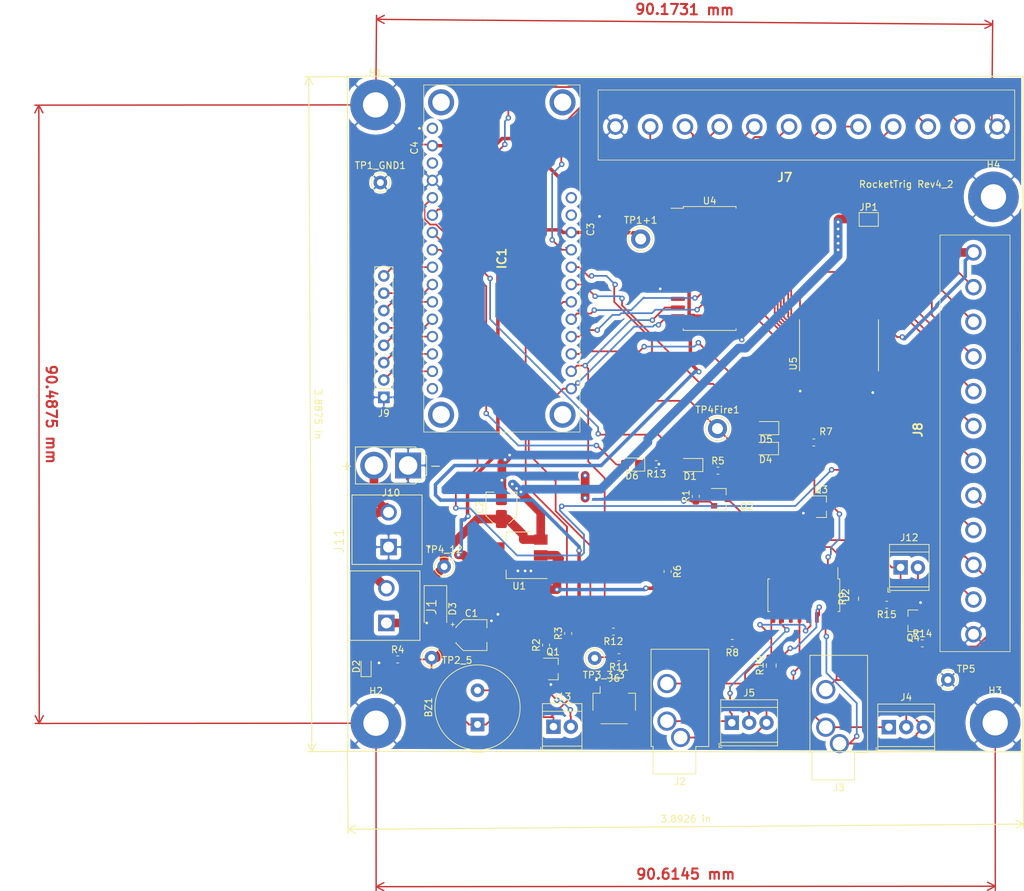
<source format=kicad_pcb>
(kicad_pcb (version 20221018) (generator pcbnew)
  (layers (0 "F.Cu" signal) (31 "B.Cu" signal) (34 "B.Paste" user) (35 "F.Paste" user) (36 "B.SilkS" user "B.Silkscreen") (37 "F.SilkS" user "F.Silkscreen") (38 "B.Mask" user) (39 "F.Mask" user) (44 "Edge.Cuts" user))
  (net 0 "")
  (net 1 "Net-(BZ1-Pad2)")
  (net 2 "+3V3")
  (net 3 "GND")
  (net 4 "+5V")
  (net 5 "Net-(D1-Pad1)")
  (net 6 "Net-(D2-Pad2)")
  (net 7 "Net-(D3-Pad2)")
  (net 8 "Shutter")
  (net 9 "Net-(D4-Pad1)")
  (net 10 "Focus")
  (net 11 "Net-(D5-Pad1)")
  (net 12 "Net-(D6-Pad1)")
  (net 13 "/Sheet621ECC97/~{RST}")
  (net 14 "/Sheet621ECC97/AREF")
  (net 15 "IN_1")
  (net 16 "IN_2")
  (net 17 "OUT_1")
  (net 18 "OUT_2")
  (net 19 "/Sheet621ECC97/A4")
  (net 20 "/Sheet621ECC97/A5")
  (net 21 "/Sheet621ECC97/SCK")
  (net 22 "/Sheet621ECC97/MOSI")
  (net 23 "/Sheet621ECC97/MISO")
  (net 24 "Net-(IC1-Pad15)")
  (net 25 "Net-(IC1-Pad14)")
  (net 26 "/Sheet621ECC97/FREE")
  (net 27 "SDA_qwiic")
  (net 28 "SCL_qwiic")
  (net 29 "INTB")
  (net 30 "INTA")
  (net 31 "Buzzer")
  (net 32 "/Sheet621ECC97/EN")
  (net 33 "/Sheet621ECC97/VBAT")
  (net 34 "+12V")
  (net 35 "Net-(J2-PadR)")
  (net 36 "Net-(J2-PadT)")
  (net 37 "Net-(J2-PadS)")
  (net 38 "Net-(J3-PadR)")
  (net 39 "Net-(J7-Pad5)")
  (net 40 "Net-(J7-Pad7)")
  (net 41 "Net-(J7-Pad9)")
  (net 42 "Net-(J8-Pad3)")
  (net 43 "Net-(Q1-Pad1)")
  (net 44 "Net-(Q2-Pad3)")
  (net 45 "Net-(Q2-Pad1)")
  (net 46 "Net-(Q3-Pad3)")
  (net 47 "Net-(Q3-Pad1)")
  (net 48 "Net-(R6-Pad1)")
  (net 49 "Net-(R8-Pad1)")
  (net 50 "Net-(R9-Pad2)")
  (net 51 "Net-(R10-Pad2)")
  (net 52 "Net-(U2-Pad1)")
  (net 53 "Net-(U4-Pad28)")
  (net 54 "Net-(U4-Pad27)")
  (net 55 "Net-(U4-Pad26)")
  (net 56 "Net-(U4-Pad25)")
  (net 57 "Net-(U4-Pad24)")
  (net 58 "Net-(U4-Pad23)")
  (net 59 "Net-(U4-Pad22)")
  (net 60 "Net-(U4-Pad21)")
  (net 61 "Net-(U4-Pad14)")
  (net 62 "Net-(U4-Pad11)")
  (net 63 "Net-(J7-Pad3)")
  (net 64 "Net-(J7-Pad2)")
  (net 65 "Net-(J7-Pad4)")
  (net 66 "Net-(J7-Pad6)")
  (net 67 "Net-(J7-Pad8)")
  (net 68 "Net-(J8-Pad2)")
  (net 69 "Net-(J8-Pad4)")
  (net 70 "Net-(J8-Pad5)")
  (net 71 "Net-(J8-Pad6)")
  (net 72 "Net-(J8-Pad7)")
  (net 73 "Net-(J8-Pad8)")
  (net 74 "Net-(J8-Pad9)")
  (net 75 "Net-(J3-PadT)")
  (net 76 "Net-(J3-PadS)")
  (net 77 "+12P")
  (net 78 "Net-(J1-Pad2)")
  (net 79 "Net-(U2-Pad6)")
  (net 80 "D_1")
  (net 81 "D_2")
  (net 82 "Net-(J12-Pad2)")
  (net 83 "Net-(Q4-Pad1)")
  (footprint "Capacitor_SMD:CP_Elec_4x5.4" (layer "F.Cu") (at -80.7085 81.788)
    (fp_text reference "C1")
    (fp_text value "1uf")
  )
  (footprint "Capacitor_SMD:C_Elec_4x5.4" (layer "F.Cu") (at -76.327 63.119 90)
    (fp_text reference "C2")
    (fp_text value "25uf")
  )
  (footprint "Capacitor_SMD:C_0402_1005Metric" (layer "F.Cu") (at -62.103 22.4155 90)
    (fp_text reference "C3")
    (fp_text value "0.01 μF")
  )
  (footprint "Capacitor_SMD:C_0402_1005Metric" (layer "F.Cu") (at -90.2335 10.4775 -90)
    (fp_text reference "C4")
    (fp_text value "0.01 μF")
  )
  (footprint "LED_SMD:LED_0805_2012Metric_Pad1.15x1.40mm_HandSolder" (layer "F.Cu") (at -48.7045 56.896 180)
    (fp_text reference "D1")
    (fp_text value "LED Trig")
  )
  (footprint "LED_SMD:LED_0603_1608Metric" (layer "F.Cu") (at -96.125 86.3815 90)
    (fp_text reference "D2")
    (fp_text value "PWR")
  )
  (footprint "Diode_SMD:D_SMA" (layer "F.Cu") (at -85.979 77.946 -90)
    (fp_text reference "D3")
    (fp_text value "B330A-13-F")
  )
  (footprint "LED_SMD:LED_0805_2012Metric_Castellated" (layer "F.Cu") (at -37.6555 54.483 180)
    (fp_text reference "D4")
    (fp_text value "LED Trig")
  )
  (footprint "LED_SMD:LED_0805_2012Metric_Pad1.15x1.40mm_HandSolder" (layer "F.Cu") (at -37.592 51.4985 180)
    (fp_text reference "D5")
    (fp_text value "LED Focus")
  )
  (footprint "LED_SMD:LED_0805_2012Metric_Pad1.15x1.40mm_HandSolder" (layer "F.Cu") (at -57.2135 56.8325 180)
    (fp_text reference "D6")
    (fp_text value "LED")
  )
  (footprint "MountingHole:MountingHole_3.7mm_Pad" (layer "F.Cu") (at -94.742 4.191)
    (fp_text reference "H1")
    (fp_text value " ")
  )
  (footprint "MountingHole:MountingHole_3.7mm_Pad" (layer "F.Cu") (at -94.6785 94.6785)
    (fp_text reference "H2")
    (fp_text value " ")
  )
  (footprint "MountingHole:MountingHole_3.7mm_Pad" (layer "F.Cu") (at -4.064 94.615)
    (fp_text reference "H3")
    (fp_text value " ")
  )
  (footprint "MountingHole:MountingHole_3.7mm_Pad" (layer "F.Cu") (at -4.318 17.653)
    (fp_text reference "H4")
    (fp_text value " ")
  )
  (footprint "CameraTriggerPCB:CUI_TB007-508-02BE" (layer "F.Cu") (at -93.1545 80.01 90)
    (fp_text reference "J1")
    (fp_text value "Pwr switch")
  )
  (footprint "Connector_Audio:Jack_3.5mm_CUI_SJ1-3533NG_Horizontal_CircularHoles" (layer "F.Cu") (at -50.1015 96.774 180)
    (fp_text reference "J2")
    (fp_text value "Camera 1  3.5mm")
  )
  (footprint "Connector_Audio:Jack_3.5mm_CUI_SJ1-3533NG_Horizontal_CircularHoles" (layer "F.Cu") (at -26.8605 97.663 180)
    (fp_text reference "J3")
    (fp_text value "Camera 2 3.5 mm")
  )
  (footprint "TerminalBlock_TE-Connectivity:TerminalBlock_TE_282834-3_1x03_P2.54mm_Horizontal" (layer "F.Cu") (at -19.6215 95.25)
    (fp_text reference "J4")
    (fp_text value "Camera 1 Term")
  )
  (footprint "TerminalBlock_TE-Connectivity:TerminalBlock_TE_282834-3_1x03_P2.54mm_Horizontal" (layer "F.Cu") (at -42.6085 94.615)
    (fp_text reference "J5")
    (fp_text value "Camera 2  Term")
  )
  (footprint "Connector_JST:JST_SH_SM04B-SRSS-TB_1x04-1MP_P1.00mm_Horizontal" (layer "F.Cu") (at -59.817 92.075)
    (fp_text reference "J6")
    (fp_text value "qwiic")
  )
  (footprint "Connector_PinHeader_2.54mm:PinHeader_1x08_P2.54mm_Vertical" (layer "F.Cu") (at -93.5355 46.99 180)
    (fp_text reference "J9")
    (fp_text value "Misc")
  )
  (footprint "Package_TO_SOT_SMD:SOT-23" (layer "F.Cu") (at -68.7705 86.741)
    (fp_text reference "Q1")
    (fp_text value "2SC1815")
  )
  (footprint "Package_TO_SOT_SMD:SOT-23" (layer "F.Cu") (at -44.196 61.9125)
    (fp_text reference "Q2")
    (fp_text value "MMBT3904")
  )
  (footprint "Package_TO_SOT_SMD:SOT-23" (layer "F.Cu") (at -29.5275 62.992)
    (fp_text reference "Q3")
    (fp_text value "MMBT3904")
  )
  (footprint "Resistor_SMD:R_0603_1608Metric" (layer "F.Cu") (at -47.879 61.468 90)
    (fp_text reference "R1")
    (fp_text value "750")
  )
  (footprint "Resistor_SMD:R_0603_1608Metric" (layer "F.Cu") (at -69.7865 83.2485 90)
    (fp_text reference "R2")
    (fp_text value "1K")
  )
  (footprint "Resistor_SMD:R_0603_1608Metric" (layer "F.Cu") (at -66.548 81.534 90)
    (fp_text reference "R3")
    (fp_text value "1K")
  )
  (footprint "Resistor_SMD:R_0603_1608Metric" (layer "F.Cu") (at -91.5035 85.344)
    (fp_text reference "R4")
    (fp_text value "1K")
  )
  (footprint "Resistor_SMD:R_0603_1608Metric" (layer "F.Cu") (at -44.6405 57.7215)
    (fp_text reference "R5")
    (fp_text value "1K")
  )
  (footprint "Resistor_SMD:R_0603_1608Metric" (layer "F.Cu") (at -52.0065 72.479 -90)
    (fp_text reference "R6")
    (fp_text value "51")
  )
  (footprint "Resistor_SMD:R_0603_1608Metric" (layer "F.Cu") (at -30.607 53.594 180)
    (fp_text reference "R7")
    (fp_text value "1K")
  )
  (footprint "Resistor_SMD:R_0603_1608Metric" (layer "F.Cu") (at -42.545 82.931 180)
    (fp_text reference "R8")
    (fp_text value "51")
  )
  (footprint "Resistor_SMD:R_0805_2012Metric_Pad1.15x1.40mm_HandSolder" (layer "F.Cu") (at -24.765 76.454 90)
    (fp_text reference "R9")
    (fp_text value "0")
  )
  (footprint "Resistor_SMD:R_0805_2012Metric_Pad1.15x1.40mm_HandSolder" (layer "F.Cu") (at -36.83 86.233 90)
    (fp_text reference "R10")
    (fp_text value "0")
  )
  (footprint "Resistor_SMD:R_0603_1608Metric" (layer "F.Cu") (at -59.1185 85.0265 180)
    (fp_text reference "R11")
    (fp_text value "10K")
  )
  (footprint "Resistor_SMD:R_0603_1608Metric" (layer "F.Cu") (at -59.944 81.28 180)
    (fp_text reference "R12")
    (fp_text value "10K")
  )
  (footprint "Resistor_SMD:R_0603_1608Metric" (layer "F.Cu") (at -53.6575 56.769 180)
    (fp_text reference "R13")
    (fp_text value "750")
  )
  (footprint "TestPoint:TestPoint_Keystone_5000-5004_Miniature" (layer "F.Cu") (at -62.6745 85.1535)
    (fp_text reference "TP3_3_3")
    (fp_text value "+3.3V")
  )
  (footprint "TestPoint:TestPoint_Keystone_5010-5014_Multipurpose" (layer "F.Cu") (at -44.704 51.562)
    (fp_text reference "TP4Fire1")
    (fp_text value "Fire")
  )
  (footprint "Package_SO:SOIC-28W_7.5x17.9mm_P1.27mm" (layer "F.Cu") (at -45.847 28.1305)
    (fp_text reference "U4")
    (fp_text value "MCP23017T-E/SO")
  )
  (footprint "CameraTriggerPCB:TB00750812BE" (layer "F.Cu") (at -59.6265 7.366)
    (fp_text reference "J7")
    (fp_text value "In" hide)
  )
  (footprint "CameraTriggerPCB:TB00750812BE" (layer "F.Cu") (at -7.239 25.781 -90)
    (fp_text reference "J8")
    (fp_text value "Out" hide)
  )
  (footprint "Connector_AMASS:AMASS_XT30U-F_1x02_P5.0mm_Vertical" (layer "F.Cu") (at -89.9795 56.9595 180)
    (fp_text reference "J10")
    (fp_text value "SW")
  )
  (footprint "TestPoint:TestPoint_Keystone_5000-5004_Miniature" (layer "F.Cu") (at -94.0435 15.5575)
    (fp_text reference "TP1_GND1")
    (fp_text value "GND")
  )
  (footprint "TestPoint:TestPoint_Keystone_5010-5014_Multipurpose" (layer "F.Cu") (at -55.9435 23.8125)
    (fp_text reference "TP1+1")
    (fp_text value "+5V")
  )
  (footprint "TestPoint:TestPoint_Keystone_5000-5004_Miniature" (layer "F.Cu") (at -10.9855 88.3285)
    (fp_text reference "TP5")
    (fp_text value "Gnd")
  )
  (footprint "3178" (layer "F.Cu") (at -86.4235 7.62 -90)
    (fp_text reference "IC1")
    (fp_text value "3178" hide)
  )
  (footprint "TestPoint:TestPoint_Keystone_5000-5004_Miniature" (layer "F.Cu") (at -86.5505 85.09)
    (fp_text reference "TP2_5")
    (fp_text value "+5V")
  )
  (footprint "Package_TO_SOT_SMD:SOT-223" (layer "F.Cu") (at -73.7235 70.104 180)
    (fp_text reference "U1")
    (fp_text value "AMS1117CD-5.0")
  )
  (footprint "CameraTriggerPCB:SOIC127P1030X265-18N" (layer "F.Cu") (at -26.924 39.37 90)
    (fp_text reference "U5")
    (fp_text value "ULN2803A")
  )
  (footprint "TestPoint:TestPoint_Keystone_5000-5004_Miniature" (layer "F.Cu") (at -84.709 71.755)
    (fp_text reference "TP4_12")
    (fp_text value "+12")
  )
  (footprint "Package_SO:SOIC-16_4.55x10.3mm_P1.27mm" (layer "F.Cu") (at -32.0675 75.946 -90)
    (fp_text reference "U2")
    (fp_text value "TLP291-4")
  )
  (footprint "Buzzer_Beeper:Buzzer_TDK_PS1240P02BT_D12.2mm_H6.5mm" (layer "F.Cu") (at -79.8195 94.869 90)
    (fp_text reference "BZ1")
    (fp_text value "Buzzer")
  )
  (footprint "CameraTriggerPCB:CUI_TB007-508-02BE" (layer "F.Cu") (at -92.837 68.8975 90)
    (fp_text reference "J11")
    (fp_text value "pwr")
  )
  (footprint "Jumper:SolderJumper-2_P1.3mm_Open_TrianglePad1.0x1.5mm" (layer "F.Cu") (at -22.569 20.955)
    (fp_text reference "JP1")
    (fp_text value " ")
  )
  (footprint "TerminalBlock_TE-Connectivity:TerminalBlock_TE_282834-2_1x02_P2.54mm_Horizontal" (layer "F.Cu") (at -17.907 71.882)
    (fp_text reference "J12")
    (fp_text value "Screw_Terminal_01x02")
  )
  (footprint "Package_TO_SOT_SMD:SOT-23" (layer "F.Cu") (at -16.0655 79.6925 180)
    (fp_text reference "Q4")
    (fp_text value "2SC1815")
  )
  (footprint "Resistor_SMD:R_0603_1608Metric" (layer "F.Cu") (at -14.732 82.9945)
    (fp_text reference "R14")
    (fp_text value "1K")
  )
  (footprint "Resistor_SMD:R_0603_1608Metric" (layer "F.Cu") (at -19.939 77.343 180)
    (fp_text reference "R15")
    (fp_text value "1K")
  )
  (footprint "TerminalBlock_TE-Connectivity:TerminalBlock_TE_282834-2_1x02_P2.54mm_Horizontal" (layer "F.Cu") (at -68.707 95.1865)
    (fp_text reference "J13")
    (fp_text value "Screw_Terminal_01x02")
  )
  (gr_line (start -98.8695 0) (end -98.806 98.806) (stroke (width 0.15)) (layer "F.SilkS"))
  (gr_line (start 0 0) (end -98.806 0) (stroke (width 0.15)) (layer "F.SilkS"))
  (gr_line (start 0 0) (end 0 98.806) (stroke (width 0.15)) (layer "F.SilkS"))
  (gr_line (start -98.806 98.806) (end 0 98.8695) (stroke (width 0.15)) (layer "F.SilkS"))
  (gr_text "RocketTrig Rev4_2" (at -17.0815 15.8115) (layer "F.SilkS") (effects (font (size 1 1))))
  (dimension (type aligned) (layer "F.Cu") (pts (xy -94.742 7.891) (xy -4.572 8.636)) (height -16.221069) (gr_text "90.1731 mm" (at -49.508112 -9.756954 359.5266232) (layer "F.Cu") (effects (font (size 1.5 1.5) (thickness 0.3)))) (format (prefix "") (suffix "") (units 3) (units_format 1) (precision 4)) (style (thickness 0.2) (arrow_length 1.27) (text_position_mode 0) (extension_height 0.58642) (extension_offset 0.5) keep_text_aligned))
  (dimension (type aligned) (layer "F.Cu") (pts (xy -94.6785 94.6785) (xy -4.064 94.615)) (height 23.922441) (gr_text "90.6145 mm" (at -49.355747 116.769185 0.04015120542) (layer "F.Cu") (effects (font (size 1.5 1.5) (thickness 0.3)))) (format (prefix "") (suffix "") (units 3) (units_format 1) (precision 4)) (style (thickness 0.2) (arrow_length 1.27) (text_position_mode 0) (extension_height 0.58642) (extension_offset 0.5) keep_text_aligned))
  (dimension (type aligned) (layer "F.Cu") (pts (xy -94.6785 94.6785) (xy -94.742 4.191)) (height -49.281987) (gr_text "90.4875 mm" (at -142.192225 49.468071 -89.95979244) (layer "F.Cu") (effects (font (size 1.5 1.5) (thickness 0.3)))) (format (prefix "") (suffix "") (units 3) (units_format 1) (precision 4)) (style (thickness 0.2) (arrow_length 1.27) (text_position_mode 0) (extension_height 0.58642) (extension_offset 0.5) keep_text_aligned))
  (dimension (type aligned) (layer "F.SilkS") (pts (xy -98.425 98.806) (xy -98.8695 0.0635)) (height -5.650585) (gr_text "3.8875 in" (at -103.14779 49.455009 -89.74207862) (layer "F.SilkS") (effects (font (size 1 1) (thickness 0.15)))) (format (prefix "") (suffix "") (units 0) (units_format 1) (precision 4)) (style (thickness 0.15) (arrow_length 1.27) (text_position_mode 0) (extension_height 0.58642) (extension_offset 0) keep_text_aligned))
  (dimension (type aligned) (layer "F.SilkS") (pts (xy 0 97.155) (xy -98.8695 97.917)) (height -12.294654) (gr_text "3.8926 in" (at -49.348859 108.680323 0.4415772262) (layer "F.SilkS") (effects (font (size 1 1) (thickness 0.15)))) (format (prefix "") (suffix "") (units 0) (units_format 1) (precision 4)) (style (thickness 0.15) (arrow_length 1.27) (text_position_mode 0) (extension_height 0.58642) (extension_offset 0) keep_text_aligned))
  (segment (start -64.0715 61.722) (end -64.0715 61.722) (width 1.27) (layer "F.Cu") (net 0))
  (segment (start -64.0715 58.42) (end -64.0715 61.722) (width 1.27) (layer "F.Cu") (net 0))
  (segment (start -64.0715 58.42) (end -64.0715 58.42) (width 1.27) (layer "F.Cu") (net 0))
  (via (at -64.0715 58.42) (size 0.8) (drill 0.4) (layers "F.Cu" "B.Cu") (net 0))
  (via (at -64.0715 61.722) (size 0.8) (drill 0.4) (layers "F.Cu" "B.Cu") (net 0))
  (segment (start -68.199 91.313) (end -68.199 91.313) (width 0.25) (layer "F.Cu") (net 1))
  (segment (start -66.2305 92.71) (end -66.2305 92.71) (width 0.25) (layer "F.Cu") (net 1))
  (segment (start -66.167 93.701576) (end -66.2305 93.638076) (width 0.25) (layer "F.Cu") (net 1))
  (segment (start -69.097998 90.1065) (end -69.097998 90.414002) (width 0.25) (layer "F.Cu") (net 1))
  (segment (start -67.7705 87.391) (end -67.7705 86.741) (width 0.25) (layer "F.Cu") (net 1))
  (segment (start -74.803 91.2495) (end -73.786287 91.2495) (width 0.25) (layer "F.Cu") (net 1))
  (segment (start -79.8195 89.869) (end -76.1835 89.869) (width 0.25) (layer "F.Cu") (net 1))
  (segment (start -71.1835 90.8685) (end -70.6325 90.8685) (width 0.25) (layer "F.Cu") (net 1))
  (segment (start -73.786287 91.2495) (end -73.405287 90.8685) (width 0.25) (layer "F.Cu") (net 1))
  (segment (start -69.097998 90.1065) (end -67.7705 88.779002) (width 0.25) (layer "F.Cu") (net 1))
  (segment (start -71.5325 90.8685) (end -71.1835 90.8685) (width 0.25) (layer "F.Cu") (net 1))
  (segment (start -76.1835 89.869) (end -74.803 91.2495) (width 0.25) (layer "F.Cu") (net 1))
  (segment (start -69.8705 90.1065) (end -69.097998 90.1065) (width 0.25) (layer "F.Cu") (net 1))
  (segment (start -69.097998 90.414002) (end -68.199 91.313) (width 0.25) (layer "F.Cu") (net 1))
  (segment (start -73.405287 90.8685) (end -71.1835 90.8685) (width 0.25) (layer "F.Cu") (net 1))
  (segment (start -68.326 91.44) (end -68.199 91.313) (width 0.25) (layer "F.Cu") (net 1))
  (segment (start -75.2005 91.2495) (end -74.803 91.2495) (width 0.25) (layer "F.Cu") (net 1))
  (segment (start -70.6325 90.8685) (end -69.8705 90.1065) (width 0.25) (layer "F.Cu") (net 1))
  (segment (start -67.7705 88.779002) (end -67.7705 87.391) (width 0.25) (layer "F.Cu") (net 1))
  (segment (start -66.2305 93.638076) (end -66.2305 92.71) (width 0.25) (layer "F.Cu") (net 1))
  (segment (start -67.7705 83.544) (end -66.548 82.3215) (width 0.25) (layer "F.Cu") (net 1))
  (segment (start -66.167 95.1865) (end -66.167 93.701576) (width 0.25) (layer "F.Cu") (net 1))
  (segment (start -67.7705 86.741) (end -67.7705 83.544) (width 0.25) (layer "F.Cu") (net 1))
  (via (at -66.2305 92.71) (size 0.8) (drill 0.4) (layers "F.Cu" "B.Cu") (net 1))
  (via (at -68.199 91.313) (size 0.8) (drill 0.4) (layers "F.Cu" "B.Cu") (net 1))
  (segment (start -67.6275 91.313) (end -66.2305 92.71) (width 0.25) (layer "B.Cu") (net 1))
  (segment (start -68.199 91.313) (end -67.6275 91.313) (width 0.25) (layer "B.Cu") (net 1))
  (segment (start -47.4345 43.2435) (end -47.4345 43.2435) (width 0.508) (layer "F.Cu") (net 2))
  (segment (start -64.9605 69.4055) (end -64.9605 69.4055) (width 0.508) (layer "F.Cu") (net 2))
  (segment (start -59.817 82.7695) (end -60.317 83.2695) (width 0.25) (layer "F.Cu") (net 2))
  (segment (start -48.675999 35.017001) (end -48.167999 35.017001) (width 0.508) (layer "F.Cu") (net 2))
  (segment (start -50.12629 30.40621) (end -49.51709 30.40621) (width 0.508) (layer "F.Cu") (net 2))
  (segment (start -59.906 85.0265) (end -62.5475 85.0265) (width 0.25) (layer "F.Cu") (net 2))
  (segment (start -60.1645 84.193) (end -59.906 84.4515) (width 0.25) (layer "F.Cu") (net 2))
  (segment (start -51.622 30.0355) (end -50.497 30.0355) (width 0.508) (layer "F.Cu") (net 2))
  (segment (start -60.317 83.2695) (end -60.317 84.193) (width 0.25) (layer "F.Cu") (net 2))
  (segment (start -50.497 30.0355) (end -50.12629 30.40621) (width 0.508) (layer "F.Cu") (net 2))
  (segment (start -42.322 32.5755) (end -41.197 32.5755) (width 0.508) (layer "F.Cu") (net 2))
  (segment (start -61.265 80.7465) (end -60.7315 81.28) (width 0.25) (layer "F.Cu") (net 2))
  (segment (start -52.8955 21.9075) (end -52.8955 28.762) (width 0.508) (layer "F.Cu") (net 2))
  (segment (start -49.51709 30.40621) (end -48.860001 31.063299) (width 0.508) (layer "F.Cu") (net 2))
  (segment (start -48.860001 34.832999) (end -48.675999 35.017001) (width 0.508) (layer "F.Cu") (net 2))
  (segment (start -90.2335 9.9925) (end -86.591 9.9925) (width 0.25) (layer "F.Cu") (net 2))
  (segment (start -77.273422 10.16) (end -76.228921 9.115499) (width 0.508) (layer "F.Cu") (net 2))
  (segment (start -64.9605 77.051) (end -64.9605 69.4055) (width 0.508) (layer "F.Cu") (net 2))
  (segment (start -60.317 84.193) (end -60.317 90.075) (width 0.25) (layer "F.Cu") (net 2))
  (segment (start -60.7315 81.28) (end -60.7315 81.855) (width 0.25) (layer "F.Cu") (net 2))
  (segment (start -60.317 84.193) (end -60.1645 84.193) (width 0.25) (layer "F.Cu") (net 2))
  (segment (start -48.0695 35.1155) (end -44.862 35.1155) (width 0.508) (layer "F.Cu") (net 2))
  (segment (start -48.860001 31.063299) (end -48.860001 34.832999) (width 0.508) (layer "F.Cu") (net 2))
  (segment (start -86.591 9.9925) (end -86.4235 10.16) (width 0.25) (layer "F.Cu") (net 2))
  (segment (start -59.817 14.986) (end -52.8955 21.9075) (width 0.508) (layer "F.Cu") (net 2))
  (segment (start -52.8955 28.762) (end -51.622 30.0355) (width 0.508) (layer "F.Cu") (net 2))
  (segment (start -44.862 35.1155) (end -42.322 32.5755) (width 0.508) (layer "F.Cu") (net 2))
  (segment (start -62.5475 85.0265) (end -62.6745 85.1535) (width 0.25) (layer "F.Cu") (net 2))
  (segment (start -60.7315 81.855) (end -59.817 82.7695) (width 0.25) (layer "F.Cu") (net 2))
  (segment (start -59.906 84.4515) (end -59.906 85.0265) (width 0.25) (layer "F.Cu") (net 2))
  (segment (start -60.7315 81.28) (end -64.9605 77.051) (width 0.508) (layer "F.Cu") (net 2))
  (segment (start -48.675999 42.002001) (end -47.4345 43.2435) (width 0.508) (layer "F.Cu") (net 2))
  (segment (start -86.4235 10.16) (end -77.273422 10.16) (width 0.508) (layer "F.Cu") (net 2))
  (segment (start -48.675999 35.017001) (end -48.675999 42.002001) (width 0.508) (layer "F.Cu") (net 2))
  (segment (start -67.691 14.986) (end -59.817 14.986) (width 0.508) (layer "F.Cu") (net 2))
  (segment (start -73.561501 9.115499) (end -67.691 14.986) (width 0.508) (layer "F.Cu") (net 2))
  (segment (start -76.228921 9.115499) (end -73.561501 9.115499) (width 0.508) (layer "F.Cu") (net 2))
  (segment (start -48.167999 35.017001) (end -48.0695 35.1155) (width 0.508) (layer "F.Cu") (net 2))
  (via (at -47.4345 43.2435) (size 0.8) (drill 0.4) (layers "F.Cu" "B.Cu") (net 2))
  (via (at -64.9605 69.4055) (size 0.8) (drill 0.4) (layers "F.Cu" "B.Cu") (net 2))
  (segment (start -85.972501 59.747001) (end -83.191499 56.965999) (width 0.508) (layer "B.Cu") (net 2))
  (segment (start -64.9605 68.839815) (end -71.767314 62.033001) (width 0.508) (layer "B.Cu") (net 2))
  (segment (start -85.972501 61.276921) (end -85.972501 59.747001) (width 0.508) (layer "B.Cu") (net 2))
  (segment (start -61.728499 56.965999) (end -48.006 43.2435) (width 0.508) (layer "B.Cu") (net 2))
  (segment (start -83.191499 56.965999) (end -61.728499 56.965999) (width 0.508) (layer "B.Cu") (net 2))
  (segment (start -85.216421 62.033001) (end -85.972501 61.276921) (width 0.508) (layer "B.Cu") (net 2))
  (segment (start -64.9605 69.4055) (end -64.9605 68.839815) (width 0.508) (layer "B.Cu") (net 2))
  (segment (start -71.767314 62.033001) (end -85.216421 62.033001) (width 0.508) (layer "B.Cu") (net 2))
  (segment (start -48.006 43.2435) (end -47.4345 43.2435) (width 0.508) (layer "B.Cu") (net 2))
  (segment (start -76.835 78.74) (end -76.835 78.74) (width 0.25) (layer "F.Cu") (net 3))
  (segment (start -62.4205 88.3285) (end -62.4205 88.3285) (width 0.25) (layer "F.Cu") (net 3))
  (segment (start -69.088 89.0235) (end -69.088 89.0235) (width 0.25) (layer "F.Cu") (net 3))
  (segment (start -32.1285 63.942) (end -32.1285 63.942) (width 0.25) (layer "F.Cu") (net 3))
  (segment (start -94.234 85.852) (end -94.234 85.852) (width 0.25) (layer "F.Cu") (net 3))
  (segment (start -41.148 38.5445) (end -41.148 38.5445) (width 0.249936) (layer "F.Cu") (net 3))
  (segment (start -21.971 46.2915) (end -21.72729 46.04779) (width 0.249936) (layer "F.Cu") (net 3))
  (segment (start -51.6255 56.8325) (end -51.6255 56.8325) (width 0.249936) (layer "F.Cu") (net 3))
  (segment (start -53.086 31.115) (end -53.086 31.115) (width 0.249936) (layer "F.Cu") (net 3))
  (segment (start -49.657 62.1665) (end -49.7205 62.1665) (width 0.249936) (layer "F.Cu") (net 3))
  (segment (start -76.2635 59.1185) (end -76.2635 59.909) (width 0.25) (layer "F.Cu") (net 3))
  (segment (start -14.986 77.0255) (end -14.986 76.835) (width 0.25) (layer "F.Cu") (net 3))
  (segment (start -75.1205 55.4355) (end -75.1205 55.4355) (width 1.27) (layer "F.Cu") (net 3))
  (segment (start -75.78725 56.10225) (end -75.1205 55.4355) (width 1.27) (layer "F.Cu") (net 3))
  (segment (start -73.914 72.39) (end -73.914 72.39) (width 1.27) (layer "F.Cu") (net 3))
  (segment (start -72.8575 72.39) (end -72.8575 72.39) (width 1.27) (layer "F.Cu") (net 3))
  (segment (start -77.7875 79.6925) (end -76.835 78.74) (width 1.27) (layer "F.Cu") (net 3))
  (segment (start -61.68771 89.06129) (end -62.4205 88.3285) (width 0.25) (layer "F.Cu") (net 3))
  (segment (start -51.622 31.3055) (end -51.6855 31.242) (width 0.249936) (layer "F.Cu") (net 3))
  (segment (start -94.719 86.337) (end -94.234 85.852) (width 0.25) (layer "F.Cu") (net 3))
  (segment (start -48.454 62.2555) (end -48.543 62.1665) (width 0.249936) (layer "F.Cu") (net 3))
  (segment (start -45.803 62.2555) (end -45.196 62.8625) (width 0.249936) (layer "F.Cu") (net 3))
  (segment (start -15.0655 78.7425) (end -15.0655 78.0925) (width 0.25) (layer "F.Cu") (net 3))
  (segment (start -50.497 31.3055) (end -51.622 31.3055) (width 0.249936) (layer "F.Cu") (net 3))
  (segment (start -21.72729 44.64471) (end -21.72729 46.04779) (width 0.249936) (layer "F.Cu") (net 3))
  (segment (start -80.115 81.2165) (end -77.6385 78.74) (width 0.25) (layer "F.Cu") (net 3))
  (segment (start -41.197 33.8455) (end -41.197 35.1155) (width 0.249936) (layer "F.Cu") (net 3))
  (segment (start -72.8575 72.39) (end -73.914 72.39) (width 1.27) (layer "F.Cu") (net 3))
  (segment (start -41.197 35.1155) (end -41.197 36.3855) (width 0.249936) (layer "F.Cu") (net 3))
  (segment (start -61.68771 89.70429) (end -61.68771 89.06129) (width 0.25) (layer "F.Cu") (net 3))
  (segment (start -14.986 78.013) (end -14.986 77.0255) (width 0.25) (layer "F.Cu") (net 3))
  (segment (start -90.2335 11.43) (end -86.4235 15.24) (width 0.25) (layer "F.Cu") (net 3))
  (segment (start -79.215 80.5815) (end -78.6765 80.5815) (width 1.27) (layer "F.Cu") (net 3))
  (segment (start -41.148 36.8345) (end -41.148 38.5445) (width 0.249936) (layer "F.Cu") (net 3))
  (segment (start -76.2635 61.317) (end -76.2635 59.1185) (width 1.27) (layer "F.Cu") (net 3))
  (segment (start -52.7135 56.8325) (end -51.6255 56.8325) (width 0.249936) (layer "F.Cu") (net 3))
  (segment (start -47.879 62.2555) (end -45.803 62.2555) (width 0.249936) (layer "F.Cu") (net 3))
  (segment (start -94.719 87.3355) (end -94.719 86.337) (width 0.25) (layer "F.Cu") (net 3))
  (segment (start -62.103 21.9305) (end -62.103 20.6375) (width 0.25) (layer "F.Cu") (net 3))
  (segment (start -22.098 44.274) (end -21.72729 44.64471) (width 0.249936) (layer "F.Cu") (net 3))
  (segment (start -78.6765 80.5815) (end -77.7875 79.6925) (width 1.27) (layer "F.Cu") (net 3))
  (segment (start -76.2635 56.5785) (end -75.78725 56.10225) (width 1.27) (layer "F.Cu") (net 3))
  (segment (start -15.0655 78.0925) (end -14.986 78.013) (width 0.25) (layer "F.Cu") (net 3))
  (segment (start -70.5735 72.404) (end -72.8435 72.404) (width 1.27) (layer "F.Cu") (net 3))
  (segment (start -41.197 36.7855) (end -41.148 36.8345) (width 0.249936) (layer "F.Cu") (net 3))
  (segment (start -21.971 46.2915) (end -21.971 46.2915) (width 0.249936) (layer "F.Cu") (net 3))
  (segment (start -90.2335 10.9625) (end -90.2335 11.43) (width 0.25) (layer "F.Cu") (net 3))
  (segment (start -78.9085 81.788) (end -78.9085 80.888) (width 1.27) (layer "F.Cu") (net 3))
  (segment (start -95.9585 87.3355) (end -96.125 87.169) (width 0.25) (layer "F.Cu") (net 3))
  (segment (start -69.7705 88.341) (end -69.088 89.0235) (width 0.25) (layer "F.Cu") (net 3))
  (segment (start -90.043 58.923) (end -90.043 56.515) (width 0.508) (layer "F.Cu") (net 3))
  (segment (start -48.543 62.1665) (end -49.657 62.1665) (width 0.249936) (layer "F.Cu") (net 3))
  (segment (start -69.7705 87.691) (end -69.7705 88.341) (width 0.25) (layer "F.Cu") (net 3))
  (segment (start -61.317 90.075) (end -61.68771 89.70429) (width 0.25) (layer "F.Cu") (net 3))
  (segment (start -52.8955 31.3055) (end -53.086 31.115) (width 0.249936) (layer "F.Cu") (net 3))
  (segment (start -30.5275 63.942) (end -32.1285 63.942) (width 0.25) (layer "F.Cu") (net 3))
  (segment (start -53.251 56.8325) (end -52.7135 56.8325) (width 0.249936) (layer "F.Cu") (net 3))
  (segment (start -77.6385 78.74) (end -76.835 78.74) (width 0.25) (layer "F.Cu") (net 3))
  (segment (start -41.197 36.3855) (end -41.197 36.7855) (width 0.249936) (layer "F.Cu") (net 3))
  (segment (start -76.2635 59.1185) (end -76.2635 56.5785) (width 1.27) (layer "F.Cu") (net 3))
  (segment (start -79.215 80.5815) (end -78.9085 80.888) (width 1.27) (layer "F.Cu") (net 3))
  (segment (start -51.622 31.3055) (end -52.8955 31.3055) (width 0.249936) (layer "F.Cu") (net 3))
  (segment (start -72.8435 72.404) (end -72.8575 72.39) (width 1.27) (layer "F.Cu") (net 3))
  (segment (start -94.719 87.3355) (end -95.9585 87.3355) (width 0.25) (layer "F.Cu") (net 3))
  (segment (start -76.2635 59.1185) (end -76.2635 59.1185) (width 0.25) (layer "F.Cu") (net 3))
  (segment (start -62.103 20.6375) (end -61.976 20.5105) (width 0.25) (layer "F.Cu") (net 3))
  (segment (start -47.879 62.2555) (end -48.454 62.2555) (width 0.249936) (layer "F.Cu") (net 3))
  (via (at -14.986 77.0255) (size 0.8) (drill 0.4) (layers "F.Cu" "B.Cu") (net 3))
  (via (at -61.976 20.5105) (size 0.8) (drill 0.4) (layers "F.Cu" "B.Cu") (net 3))
  (via (at -73.914 72.39) (size 0.8) (drill 0.4) (layers "F.Cu" "B.Cu") (net 3))
  (via (at -53.2765 56.769) (size 0.8) (drill 0.4) (layers "F.Cu" "B.Cu") (net 3))
  (via (at -72.009 72.39) (size 0.8) (drill 0.4) (layers "F.Cu" "B.Cu") (net 3))
  (via (at -32.1285 63.942) (size 0.8) (drill 0.4) (layers "F.Cu" "B.Cu") (net 3))
  (via (at -49.657 62.1665) (size 0.8) (drill 0.4) (layers "F.Cu" "B.Cu") (net 3))
  (via (at -76.2635 59.1185) (size 0.8) (drill 0.4) (layers "F.Cu" "B.Cu") (net 3))
  (via (at -62.4205 88.3285) (size 0.8) (drill 0.4) (layers "F.Cu" "B.Cu") (net 3))
  (via (at -72.8575 72.39) (size 0.8) (drill 0.4) (layers "F.Cu" "B.Cu") (net 3))
  (via (at -94.234 85.852) (size 0.8) (drill 0.4) (layers "F.Cu" "B.Cu") (net 3))
  (via (at -75.1205 55.4355) (size 0.8) (drill 0.4) (layers "F.Cu" "B.Cu") (net 3))
  (via (at -69.088 89.0235) (size 0.8) (drill 0.4) (layers "F.Cu" "B.Cu") (net 3))
  (via (at -21.971 46.2915) (size 0.8) (drill 0.4) (layers "F.Cu" "B.Cu") (net 3))
  (via (at -75.78725 56.10225) (size 0.8) (drill 0.4) (layers "F.Cu" "B.Cu") (net 3))
  (via (at -53.086 31.115) (size 0.8) (drill 0.4) (layers "F.Cu" "B.Cu") (net 3))
  (via (at -77.7875 79.6925) (size 0.8) (drill 0.4) (layers "F.Cu" "B.Cu") (net 3))
  (via (at -41.148 38.5445) (size 0.8) (drill 0.4) (layers "F.Cu" "B.Cu") (net 3))
  (via (at -76.835 78.74) (size 0.8) (drill 0.4) (layers "F.Cu" "B.Cu") (net 3))
  (segment (start -51.6255 56.8325) (end -49.657 58.801) (width 0.25) (layer "B.Cu") (net 3))
  (segment (start -49.657 58.801) (end -49.657 62.1665) (width 0.25) (layer "B.Cu") (net 3))
  (segment (start -55.1815 74.93) (end -55.1815 74.93) (width 0.508) (layer "F.Cu") (net 4))
  (segment (start -68.199 75.1205) (end -68.199 75.1205) (width 0.508) (layer "F.Cu") (net 4))
  (segment (start -82.6135 70.0405) (end -82.6135 70.0405) (width 0.508) (layer "F.Cu") (net 4))
  (segment (start -20.7265 77.343) (end -21.264 77.343) (width 0.25) (layer "F.Cu") (net 4))
  (segment (start -66.1035 22.86) (end -62.1435 22.86) (width 0.508) (layer "F.Cu") (net 4))
  (segment (start -19.207 71.882) (end -17.907 71.882) (width 0.25) (layer "F.Cu") (net 4))
  (segment (start -69.088 93.7895) (end -65.0875 89.789) (width 0.25) (layer "F.Cu") (net 4))
  (segment (start -20.7265 77.343) (end -17.907 74.5235) (width 0.25) (layer "F.Cu") (net 4))
  (segment (start -74.9935 26.2255) (end -71.247 22.479) (width 0.508) (layer "F.Cu") (net 4))
  (segment (start -68.3035 70.104) (end -67.818 70.5895) (width 1.27) (layer "F.Cu") (net 4))
  (segment (start -52.0065 75.2475) (end -51.016 75.2475) (width 0.249936) (layer "F.Cu") (net 4))
  (segment (start -76.835 26.2255) (end -74.9935 26.2255) (width 0.508) (layer "F.Cu") (net 4))
  (segment (start -85.8105 85.09) (end -82.5085 81.788) (width 1.27) (layer "F.Cu") (net 4))
  (segment (start -62.1435 22.86) (end -62.103 22.9005) (width 0.508) (layer "F.Cu") (net 4))
  (segment (start -78.626 75.1205) (end -68.199 75.1205) (width 1.27) (layer "F.Cu") (net 4))
  (segment (start -83.715 76.73) (end -83.715 76.2355) (width 1.27) (layer "F.Cu") (net 4))
  (segment (start -83.715 76.73) (end -83.715 76.5395) (width 0.25) (layer "F.Cu") (net 4))
  (segment (start -32.03251 70.3851) (end -29.52891 67.8815) (width 0.25) (layer "F.Cu") (net 4))
  (segment (start -71.247 22.479) (end -67.661832 22.479) (width 0.508) (layer "F.Cu") (net 4))
  (segment (start -43.3325 82.931) (end -43.3325 77.94) (width 0.25) (layer "F.Cu") (net 4))
  (segment (start -21.264 77.343) (end -21.4545 77.5335) (width 0.25) (layer "F.Cu") (net 4))
  (segment (start -83.715 76.2355) (end -80.543 73.0635) (width 1.27) (layer "F.Cu") (net 4))
  (segment (start -86.5505 85.09) (end -86.5505 89.388) (width 0.25) (layer "F.Cu") (net 4))
  (segment (start -32.03251 73.62501) (end -32.03251 70.3851) (width 0.25) (layer "F.Cu") (net 4))
  (segment (start -54.245 74.93) (end -55.1815 74.93) (width 0.508) (layer "F.Cu") (net 4))
  (segment (start -32.77151 74.36401) (end -32.03251 73.62501) (width 0.25) (layer "F.Cu") (net 4))
  (segment (start -81.28 64.008) (end -81.28 59.563) (width 0.508) (layer "F.Cu") (net 4))
  (segment (start -23.2075 67.8815) (end -19.207 71.882) (width 0.25) (layer "F.Cu") (net 4))
  (segment (start -62.103 22.9005) (end -56.8555 22.9005) (width 0.508) (layer "F.Cu") (net 4))
  (segment (start -67.661832 22.479) (end -67.280832 22.86) (width 0.508) (layer "F.Cu") (net 4))
  (segment (start -68.707 93.8865) (end -68.707 95.1865) (width 0.25) (layer "F.Cu") (net 4))
  (segment (start -80.543 73.0635) (end -80.309 72.8295) (width 0.25) (layer "F.Cu") (net 4))
  (segment (start -83.715 76.5395) (end -83.715 76.2355) (width 0.25) (layer "F.Cu") (net 4))
  (segment (start -79.809 73.9375) (end -78.626 75.1205) (width 1.27) (layer "F.Cu") (net 4))
  (segment (start -56.8555 22.9005) (end -55.9435 23.8125) (width 0.508) (layer "F.Cu") (net 4))
  (segment (start -65.0875 89.789) (end -65.0875 82.207) (width 0.25) (layer "F.Cu") (net 4))
  (segment (start -51.016 75.2475) (end -43.3325 82.931) (width 0.249936) (layer "F.Cu") (net 4))
  (segment (start -29.52891 67.8815) (end -23.2075 67.8815) (width 0.25) (layer "F.Cu") (net 4))
  (segment (start -90.716 85.344) (end -86.8045 85.344) (width 0.25) (layer "F.Cu") (net 4))
  (segment (start -77.49 93.7895) (end -69.088 93.7895) (width 0.25) (layer "F.Cu") (net 4))
  (segment (start -76.842478 31.947978) (end -76.835 31.9405) (width 0.508) (layer "F.Cu") (net 4))
  (segment (start -68.199 70.9705) (end -68.199 75.1205) (width 1.27) (layer "F.Cu") (net 4))
  (segment (start -81.28 59.563) (end -76.842478 55.125478) (width 0.508) (layer "F.Cu") (net 4))
  (segment (start -80.309 72.8295) (end -79.809 72.8295) (width 0.25) (layer "F.Cu") (net 4))
  (segment (start -70.5735 70.104) (end -68.3035 70.104) (width 1.27) (layer "F.Cu") (net 4))
  (segment (start -79.809 72.8295) (end -79.809 72.1255) (width 0.508) (layer "F.Cu") (net 4))
  (segment (start -65.0875 82.207) (end -66.548 80.7465) (width 0.25) (layer "F.Cu") (net 4))
  (segment (start -52.0065 73.2665) (end -52.5815 73.2665) (width 0.508) (layer "F.Cu") (net 4))
  (segment (start -78.5695 94.869) (end -77.49 93.7895) (width 0.25) (layer "F.Cu") (net 4))
  (segment (start -86.8045 85.344) (end -86.5505 85.09) (width 0.25) (layer "F.Cu") (net 4))
  (segment (start -43.3325 77.94) (end -39.75651 74.36401) (width 0.25) (layer "F.Cu") (net 4))
  (segment (start -83.37921 80.91729) (end -83.37921 76.87529) (width 1.27) (layer "F.Cu") (net 4))
  (segment (start -86.5505 85.09) (end -85.8105 85.09) (width 1.27) (layer "F.Cu") (net 4))
  (segment (start -17.907 74.5235) (end -17.907 71.882) (width 0.25) (layer "F.Cu") (net 4))
  (segment (start -83.37921 76.87529) (end -83.715 76.5395) (width 1.27) (layer "F.Cu") (net 4))
  (segment (start -68.804 93.7895) (end -68.707 93.8865) (width 0.25) (layer "F.Cu") (net 4))
  (segment (start -82.6135 70.0405) (end -81.894 70.0405) (width 1.27) (layer "F.Cu") (net 4))
  (segment (start -83.715 81.2165) (end -83.715 76.73) (width 0.25) (layer "F.Cu") (net 4))
  (segment (start -39.75651 74.36401) (end -32.77151 74.36401) (width 0.25) (layer "F.Cu") (net 4))
  (segment (start -76.835 31.9405) (end -76.835 26.2255) (width 0.508) (layer "F.Cu") (net 4))
  (segment (start -69.088 93.7895) (end -68.804 93.7895) (width 0.25) (layer "F.Cu") (net 4))
  (segment (start -86.5505 89.388) (end -81.0695 94.869) (width 0.25) (layer "F.Cu") (net 4))
  (segment (start -52.0065 73.2665) (end -52.0065 75.2475) (width 0.249936) (layer "F.Cu") (net 4))
  (segment (start -79.809 72.1255) (end -79.809 73.9375) (width 1.27) (layer "F.Cu") (net 4))
  (segment (start -67.280832 22.86) (end -66.1035 22.86) (width 0.508) (layer "F.Cu") (net 4))
  (segment (start -82.5085 81.788) (end -83.37921 80.91729) (width 1.27) (layer "F.Cu") (net 4))
  (segment (start -81.0695 94.869) (end -79.8195 94.869) (width 0.25) (layer "F.Cu") (net 4))
  (segment (start -81.894 70.0405) (end -79.809 72.1255) (width 1.27) (layer "F.Cu") (net 4))
  (segment (start -79.8195 94.869) (end -78.5695 94.869) (width 0.25) (layer "F.Cu") (net 4))
  (segment (start -52.5815 73.2665) (end -54.245 74.93) (width 0.508) (layer "F.Cu") (net 4))
  (segment (start -76.842478 55.125478) (end -76.842478 31.947978) (width 0.508) (layer "F.Cu") (net 4))
  (segment (start -79.809 72.8295) (end -79.809 73.9375) (width 0.508) (layer "F.Cu") (net 4))
  (segment (start -67.818 70.5895) (end -68.199 70.9705) (width 1.27) (layer "F.Cu") (net 4))
  (via (at -55.1815 74.93) (size 0.8) (drill 0.4) (layers "F.Cu" "B.Cu") (net 4))
  (via (at -81.2165 64.389) (size 0.8) (drill 0.4) (layers "F.Cu" "B.Cu") (net 4))
  (via (at -82.6135 70.0405) (size 0.8) (drill 0.4) (layers "F.Cu" "B.Cu") (net 4))
  (via (at -68.199 75.1205) (size 0.8) (drill 0.4) (layers "F.Cu" "B.Cu") (net 4))
  (segment (start -55.372 75.1205) (end -55.1815 74.93) (width 0.508) (layer "B.Cu") (net 4))
  (segment (start -82.20075 64.92875) (end -81.75625 64.92875) (width 0.508) (layer "B.Cu") (net 4))
  (segment (start -82.20075 64.92875) (end -82.20075 69.62775) (width 0.508) (layer "B.Cu") (net 4))
  (segment (start -81.75625 64.92875) (end -81.2165 64.389) (width 0.508) (layer "B.Cu") (net 4))
  (segment (start -82.20075 69.62775) (end -82.6135 70.0405) (width 0.508) (layer "B.Cu") (net 4))
  (segment (start -68.199 75.1205) (end -55.372 75.1205) (width 0.508) (layer "B.Cu") (net 4))
  (segment (start -47.6795 56.896) (end -47.6795 60.481) (width 0.25) (layer "F.Cu") (net 5))
  (segment (start -48.006 60.5535) (end -47.879 60.6805) (width 0.25) (layer "F.Cu") (net 5))
  (segment (start -47.6795 60.481) (end -47.879 60.6805) (width 0.25) (layer "F.Cu") (net 5))
  (segment (start -94.33739 84.882388) (end -92.752612 84.882388) (width 0.25) (layer "F.Cu") (net 6))
  (segment (start -92.752612 84.882388) (end -92.291 85.344) (width 0.25) (layer "F.Cu") (net 6))
  (segment (start -96.125 85.594) (end -95.049002 85.594) (width 0.25) (layer "F.Cu") (net 6))
  (segment (start -95.049002 85.594) (end -94.33739 84.882388) (width 0.25) (layer "F.Cu") (net 6))
  (segment (start -93.1545 80.01) (end -85.1535 80.01) (width 1.27) (layer "F.Cu") (net 7))
  (segment (start -85.979 79.596) (end -85.979 79.946) (width 0.508) (layer "F.Cu") (net 7))
  (segment (start -85.2175 79.946) (end -85.979 79.946) (width 1.27) (layer "F.Cu") (net 7))
  (segment (start -85.1535 80.01) (end -85.2175 79.946) (width 1.27) (layer "F.Cu") (net 7))
  (segment (start -59.69 30.48) (end -59.817 30.607) (width 0.249936) (layer "F.Cu") (net 8))
  (segment (start -63.119 29.21) (end -63.246 29.337) (width 0.249936) (layer "F.Cu") (net 8))
  (segment (start -48.768 47.498) (end -44.704 51.562) (width 0.25) (layer "F.Cu") (net 8))
  (segment (start -44.704 51.562) (end -41.783 54.483) (width 0.25) (layer "F.Cu") (net 8))
  (segment (start -63.529168 29.337) (end -63.246 29.337) (width 0.249936) (layer "F.Cu") (net 8))
  (segment (start -64.926168 27.94) (end -63.529168 29.337) (width 0.249936) (layer "F.Cu") (net 8))
  (segment (start -59.817 33.02) (end -59.817 30.607) (width 0.249936) (layer "F.Cu") (net 8))
  (segment (start -54.2925 47.498) (end -54.2925 38.5445) (width 0.249936) (layer "F.Cu") (net 8))
  (segment (start -54.2925 47.498) (end -48.768 47.498) (width 0.25) (layer "F.Cu") (net 8))
  (segment (start -66.1035 27.94) (end -64.926168 27.94) (width 0.249936) (layer "F.Cu") (net 8))
  (segment (start -54.2925 38.5445) (end -59.817 33.02) (width 0.249936) (layer "F.Cu") (net 8))
  (segment (start -41.783 54.483) (end -38.618 54.483) (width 0.25) (layer "F.Cu") (net 8))
  (segment (start -59.69 30.48) (end -59.69 30.48) (width 0.249936) (layer "F.Cu") (net 8))
  (segment (start -63.119 29.21) (end -63.119 29.21) (width 0.249936) (layer "F.Cu") (net 8))
  (via (at -63.119 29.21) (size 0.8) (drill 0.4) (layers "F.Cu" "B.Cu") (net 8))
  (via (at -59.69 30.48) (size 0.8) (drill 0.4) (layers "F.Cu" "B.Cu") (net 8))
  (segment (start -60.96 29.21) (end -60.089999 30.080001) (width 0.249936) (layer "B.Cu") (net 8))
  (segment (start -63.119 29.21) (end -60.96 29.21) (width 0.249936) (layer "B.Cu") (net 8))
  (segment (start -60.089999 30.080001) (end -59.69 30.48) (width 0.249936) (layer "B.Cu") (net 8))
  (segment (start -38.598 56.007) (end -38.217 56.007) (width 0.25) (layer "F.Cu") (net 9))
  (segment (start -43.3155 57.7215) (end -43.252 57.658) (width 0.25) (layer "F.Cu") (net 9))
  (segment (start -38.217 56.007) (end -36.693 54.483) (width 0.25) (layer "F.Cu") (net 9))
  (segment (start -43.853 57.7215) (end -43.3155 57.7215) (width 0.25) (layer "F.Cu") (net 9))
  (segment (start -40.249 57.658) (end -38.598 56.007) (width 0.25) (layer "F.Cu") (net 9))
  (segment (start -43.853 57.7215) (end -43.391388 57.259888) (width 0.25) (layer "F.Cu") (net 9))
  (segment (start -43.252 57.658) (end -40.249 57.658) (width 0.25) (layer "F.Cu") (net 9))
  (segment (start -58.674 32.512) (end -58.674 32.512) (width 0.249936) (layer "F.Cu") (net 10))
  (segment (start -62.611 32.1945) (end -62.611 32.1945) (width 0.249936) (layer "F.Cu") (net 10))
  (segment (start -40.132 51.4985) (end -40.132 50.225708) (width 0.249936) (layer "F.Cu") (net 10))
  (segment (start -40.132 51.4985) (end -38.617 51.4985) (width 0.25) (layer "F.Cu") (net 10))
  (segment (start -47.181974 45.018708) (end -58.674 33.526682) (width 0.249936) (layer "F.Cu") (net 10))
  (segment (start -45.339 45.018708) (end -47.181974 45.018708) (width 0.249936) (layer "F.Cu") (net 10))
  (segment (start -66.1035 30.48) (end -64.3255 30.48) (width 0.249936) (layer "F.Cu") (net 10))
  (segment (start -40.132 50.225708) (end -45.339 45.018708) (width 0.249936) (layer "F.Cu") (net 10))
  (segment (start -64.3255 30.48) (end -62.611 32.1945) (width 0.249936) (layer "F.Cu") (net 10))
  (segment (start -58.674 33.526682) (end -58.674 32.512) (width 0.249936) (layer "F.Cu") (net 10))
  (via (at -62.611 32.1945) (size 0.8) (drill 0.4) (layers "F.Cu" "B.Cu") (net 10))
  (via (at -58.674 32.512) (size 0.8) (drill 0.4) (layers "F.Cu" "B.Cu") (net 10))
  (segment (start -62.611 32.1945) (end -58.9915 32.1945) (width 0.249936) (layer "B.Cu") (net 10))
  (segment (start -58.9915 32.1945) (end -58.674 32.512) (width 0.249936) (layer "B.Cu") (net 10))
  (segment (start -33.49 51.4985) (end -31.3945 53.594) (width 0.249936) (layer "F.Cu") (net 11))
  (segment (start -37.592 51.4985) (end -33.49 51.4985) (width 0.249936) (layer "F.Cu") (net 11))
  (segment (start -56.426 56.8325) (end -54.826 56.8325) (width 0.249936) (layer "F.Cu") (net 12))
  (segment (start -67.5005 12.8905) (end -67.5005 12.8905) (width 0.25) (layer "F.Cu") (net 15))
  (segment (start -68.8975 23.9395) (end -68.8975 23.9395) (width 0.25) (layer "F.Cu") (net 15))
  (segment (start -18.542 2.7305) (end -17.7165 3.556) (width 0.249936) (layer "F.Cu") (net 15))
  (segment (start -67.437 25.4) (end -68.8975 23.9395) (width 0.25) (layer "F.Cu") (net 15))
  (segment (start -67.565645 12.825355) (end -67.5005 12.8905) (width 0.25) (layer "F.Cu") (net 15))
  (segment (start -62.993645 2.7305) (end -18.542 2.7305) (width 0.249936) (layer "F.Cu") (net 15))
  (segment (start -67.565645 7.3025) (end -67.565645 12.825355) (width 0.25) (layer "F.Cu") (net 15))
  (segment (start -66.548 25.4) (end -66.8655 25.0825) (width 0.249936) (layer "F.Cu") (net 15))
  (segment (start -66.548 25.4) (end -66.1035 25.4) (width 0.249936) (layer "F.Cu") (net 15))
  (segment (start -67.565645 7.3025) (end -62.993645 2.7305) (width 0.249936) (layer "F.Cu") (net 15))
  (segment (start -66.1035 25.4) (end -67.437 25.4) (width 0.25) (layer "F.Cu") (net 15))
  (segment (start -17.7165 3.556) (end -13.9065 7.366) (width 0.249936) (layer "F.Cu") (net 15))
  (via (at -67.5005 12.8905) (size 0.8) (drill 0.4) (layers "F.Cu" "B.Cu") (net 15))
  (via (at -68.8975 23.9395) (size 0.8) (drill 0.4) (layers "F.Cu" "B.Cu") (net 15))
  (segment (start -68.8975 14.2875) (end -67.5005 12.8905) (width 0.25) (layer "B.Cu") (net 15))
  (segment (start -68.8975 23.9395) (end -68.8975 14.2875) (width 0.25) (layer "B.Cu") (net 15))
  (segment (start -75.311 6.096) (end -75.311 6.096) (width 0.249936) (layer "F.Cu") (net 16))
  (segment (start -75.819 9.9695) (end -75.819 9.9695) (width 0.249936) (layer "F.Cu") (net 16))
  (segment (start -86.4235 20.32) (end -85.591001 19.487501) (width 0.249936) (layer "F.Cu") (net 16))
  (segment (start -85.591001 19.487501) (end -85.337001 19.487501) (width 0.249936) (layer "F.Cu") (net 16))
  (segment (start -85.337001 19.487501) (end -75.819 9.9695) (width 0.249936) (layer "F.Cu") (net 16))
  (segment (start -8.8265 7.366) (end -14.612469 1.580031) (width 0.249936) (layer "F.Cu") (net 16))
  (segment (start -73.017531 1.580031) (end -75.311 3.8735) (width 0.249936) (layer "F.Cu") (net 16))
  (segment (start -14.612469 1.580031) (end -73.017531 1.580031) (width 0.249936) (layer "F.Cu") (net 16))
  (segment (start -75.311 3.8735) (end -75.311 6.096) (width 0.249936) (layer "F.Cu") (net 16))
  (via (at -75.819 9.9695) (size 0.8) (drill 0.4) (layers "F.Cu" "B.Cu") (net 16))
  (via (at -75.311 6.096) (size 0.8) (drill 0.4) (layers "F.Cu" "B.Cu") (net 16))
  (segment (start -75.819 6.604) (end -75.311 6.096) (width 0.249936) (layer "B.Cu") (net 16))
  (segment (start -75.819 9.9695) (end -75.819 6.604) (width 0.249936) (layer "B.Cu") (net 16))
  (segment (start -26.416506 55.753) (end -26.416506 55.753) (width 0.25) (layer "F.Cu") (net 17))
  (segment (start -45.593 40.7035) (end -45.593 40.7035) (width 0.25) (layer "F.Cu") (net 17))
  (segment (start -55.4355 39.5605) (end -55.4355 39.5605) (width 0.25) (layer "F.Cu") (net 17))
  (segment (start -8.438999 70.301001) (end -7.239 71.501) (width 0.25) (layer "F.Cu") (net 17))
  (segment (start -64.926168 40.64) (end -64.545168 40.259) (width 0.249936) (layer "F.Cu") (net 17))
  (segment (start -30.734 48.9585) (end -37.338 48.9585) (width 0.25) (layer "F.Cu") (net 17))
  (segment (start -26.416506 53.275994) (end -30.734 48.9585) (width 0.25) (layer "F.Cu") (net 17))
  (segment (start -30.734 48.9585) (end -30.861 48.8315) (width 0.25) (layer "F.Cu") (net 17))
  (segment (start -13.9445 82.9945) (end -13.482888 83.456112) (width 0.25) (layer "F.Cu") (net 17))
  (segment (start -26.416506 55.753) (end -26.416506 53.275994) (width 0.25) (layer "F.Cu") (net 17))
  (segment (start -45.7835 40.7035) (end -47.498 38.989) (width 0.25) (layer "F.Cu") (net 17))
  (segment (start -12.375999 69.793507) (end -12.375999 70.301001) (width 0.25) (layer "F.Cu") (net 17))
  (segment (start -13.482888 83.456112) (end -6.77711 83.456112) (width 0.25) (layer "F.Cu") (net 17))
  (segment (start -64.545168 40.259) (end -56.134 40.259) (width 0.25) (layer "F.Cu") (net 17))
  (segment (start -56.134 40.259) (end -55.4355 39.5605) (width 0.25) (layer "F.Cu") (net 17))
  (segment (start -45.593 40.7035) (end -45.7835 40.7035) (width 0.25) (layer "F.Cu") (net 17))
  (segment (start -12.375999 70.301001) (end -8.438999 70.301001) (width 0.25) (layer "F.Cu") (net 17))
  (segment (start -37.338 48.9585) (end -45.593 40.7035) (width 0.25) (layer "F.Cu") (net 17))
  (segment (start -6.77711 83.456112) (end -4.3815 81.060502) (width 0.25) (layer "F.Cu") (net 17))
  (segment (start -66.1035 40.64) (end -64.926168 40.64) (width 0.249936) (layer "F.Cu") (net 17))
  (segment (start -26.416506 55.753) (end -12.375999 69.793507) (width 0.25) (layer "F.Cu") (net 17))
  (segment (start -4.3815 74.3585) (end -7.239 71.501) (width 0.25) (layer "F.Cu") (net 17))
  (segment (start -4.3815 81.060502) (end -4.3815 74.3585) (width 0.25) (layer "F.Cu") (net 17))
  (via (at -55.4355 39.5605) (size 0.8) (drill 0.4) (layers "F.Cu" "B.Cu") (net 17))
  (via (at -47.498 38.989) (size 0.8) (drill 0.4) (layers "F.Cu" "B.Cu") (net 17))
  (segment (start -48.0695 39.5605) (end -47.498 38.989) (width 0.25) (layer "B.Cu") (net 17))
  (segment (start -55.4355 39.5605) (end -48.0695 39.5605) (width 0.25) (layer "B.Cu") (net 17))
  (segment (start -79.8195 52.451) (end -79.8195 52.451) (width 0.25) (layer "F.Cu") (net 18))
  (segment (start -28.0035 57.5945) (end -26.2255 57.5945) (width 0.25) (layer "F.Cu") (net 18))
  (segment (start -81.752921 59.217079) (end -82.9945 60.458658) (width 0.25) (layer "F.Cu") (net 18))
  (segment (start -85.246168 25.4) (end -79.8195 30.826668) (width 0.25) (layer "F.Cu") (net 18))
  (segment (start -79.8195 57.283658) (end -81.752921 59.217079) (width 0.25) (layer "F.Cu") (net 18))
  (segment (start -86.4235 25.4) (end -85.246168 25.4) (width 0.25) (layer "F.Cu") (net 18))
  (segment (start -81.752921 59.217079) (end -81.859008 59.323166) (width 0.25) (layer "F.Cu") (net 18))
  (segment (start -82.9945 60.458658) (end -82.9945 63.1825) (width 0.25) (layer "F.Cu") (net 18))
  (segment (start -79.8195 57.283658) (end -79.8195 52.2605) (width 0.25) (layer "F.Cu") (net 18))
  (segment (start -79.8195 52.2605) (end -79.8195 52.451) (width 0.25) (layer "F.Cu") (net 18))
  (segment (start -28.0035 57.5945) (end -28.0035 57.5945) (width 0.25) (layer "F.Cu") (net 18))
  (segment (start -79.8195 30.826668) (end -79.8195 52.2605) (width 0.25) (layer "F.Cu") (net 18))
  (segment (start -26.2255 57.5945) (end -7.239 76.581) (width 0.25) (layer "F.Cu") (net 18))
  (via (at -67.5005 62.9285) (size 0.8) (drill 0.4) (layers "F.Cu" "B.Cu") (net 18))
  (via (at -28.0035 57.5945) (size 0.8) (drill 0.4) (layers "F.Cu" "B.Cu") (net 18))
  (via (at -82.9945 63.1825) (size 0.8) (drill 0.4) (layers "F.Cu" "B.Cu") (net 18))
  (segment (start -80.899 63.246) (end -82.931 63.246) (width 0.25) (layer "B.Cu") (net 18))
  (segment (start -28.0035 57.5945) (end -33.300501 62.891501) (width 0.25) (layer "B.Cu") (net 18))
  (segment (start -67.7545 63.557685) (end -64.235499 67.076686) (width 0.25) (layer "B.Cu") (net 18))
  (segment (start -74.014499 70.130501) (end -80.899 63.246) (width 0.25) (layer "B.Cu") (net 18))
  (segment (start -64.612499 70.130501) (end -74.014499 70.130501) (width 0.25) (layer "B.Cu") (net 18))
  (segment (start -64.235499 67.076686) (end -64.235499 69.753501) (width 0.25) (layer "B.Cu") (net 18))
  (segment (start -67.7545 62.992) (end -67.7545 63.557685) (width 0.25) (layer "B.Cu") (net 18))
  (segment (start -33.300501 62.891501) (end -67.781001 62.891501) (width 0.25) (layer "B.Cu") (net 18))
  (segment (start -64.235499 69.753501) (end -64.612499 70.130501) (width 0.25) (layer "B.Cu") (net 18))
  (segment (start -92.2655 27.94) (end -86.4235 27.94) (width 0.249936) (layer "F.Cu") (net 19))
  (segment (start -93.5355 29.21) (end -92.2655 27.94) (width 0.249936) (layer "F.Cu") (net 19))
  (segment (start -93.5355 31.75) (end -87.6935 31.75) (width 0.249936) (layer "F.Cu") (net 20))
  (segment (start -87.6935 31.75) (end -86.4235 30.48) (width 0.249936) (layer "F.Cu") (net 20))
  (segment (start -93.5355 34.29) (end -92.2655 33.02) (width 0.249936) (layer "F.Cu") (net 21))
  (segment (start -92.2655 33.02) (end -86.4235 33.02) (width 0.249936) (layer "F.Cu") (net 21))
  (segment (start -93.5355 36.83) (end -87.6935 36.83) (width 0.249936) (layer "F.Cu") (net 22))
  (segment (start -87.6935 36.83) (end -86.4235 35.56) (width 0.249936) (layer "F.Cu") (net 22))
  (segment (start -93.5355 39.37) (end -92.2655 38.1) (width 0.249936) (layer "F.Cu") (net 23))
  (segment (start -92.2655 38.1) (end -86.4235 38.1) (width 0.249936) (layer "F.Cu") (net 23))
  (segment (start -92.2655 40.64) (end -86.4235 40.64) (width 0.249936) (layer "F.Cu") (net 24))
  (segment (start -93.5355 41.91) (end -92.2655 40.64) (width 0.249936) (layer "F.Cu") (net 24))
  (segment (start -92.2655 43.18) (end -86.4235 43.18) (width 0.249936) (layer "F.Cu") (net 25))
  (segment (start -93.5355 44.45) (end -92.2655 43.18) (width 0.249936) (layer "F.Cu") (net 25))
  (segment (start -65.144001 44.887501) (end -65.144001 44.887501) (width 0.249936) (layer "F.Cu") (net 27))
  (segment (start -50.86771 35.48621) (end -52.44071 35.48621) (width 0.249936) (layer "F.Cu") (net 27))
  (segment (start -59.09351 88.97651) (end -59.09351 81.91799) (width 0.25) (layer "F.Cu") (net 27))
  (segment (start -66.1035 45.72) (end -67.280832 45.72) (width 0.249936) (layer "F.Cu") (net 27))
  (segment (start -52.44071 35.48621) (end -52.940001 35.985501) (width 0.249936) (layer "F.Cu") (net 27))
  (segment (start -67.280832 45.72) (end -72.3265 50.765668) (width 0.249936) (layer "F.Cu") (net 27))
  (segment (start -52.940001 35.985501) (end -53.34 36.3855) (width 0.249936) (layer "F.Cu") (net 27))
  (segment (start -63.3095 77.127) (end -59.1565 81.28) (width 0.249936) (layer "F.Cu") (net 27))
  (segment (start -63.3095 68.705682) (end -63.3095 77.127) (width 0.249936) (layer "F.Cu") (net 27))
  (segment (start -66.1035 45.72) (end -65.271001 44.887501) (width 0.249936) (layer "F.Cu") (net 27))
  (segment (start -50.497 35.1155) (end -50.86771 35.48621) (width 0.249936) (layer "F.Cu") (net 27))
  (segment (start -59.1565 81.855) (end -59.1565 81.28) (width 0.25) (layer "F.Cu") (net 27))
  (segment (start -72.3265 55.3085) (end -68.3895 59.2455) (width 0.249936) (layer "F.Cu") (net 27))
  (segment (start -59.09351 81.91799) (end -59.1565 81.855) (width 0.25) (layer "F.Cu") (net 27))
  (segment (start -68.3895 59.2455) (end -68.3895 63.625682) (width 0.249936) (layer "F.Cu") (net 27))
  (segment (start -65.271001 44.887501) (end -65.144001 44.887501) (width 0.249936) (layer "F.Cu") (net 27))
  (segment (start -68.3895 63.625682) (end -63.3095 68.705682) (width 0.249936) (layer "F.Cu") (net 27))
  (segment (start -59.317 89.2) (end -59.09351 88.97651) (width 0.25) (layer "F.Cu") (net 27))
  (segment (start -72.3265 50.765668) (end -72.3265 55.3085) (width 0.249936) (layer "F.Cu") (net 27))
  (segment (start -59.317 90.075) (end -59.317 89.2) (width 0.25) (layer "F.Cu") (net 27))
  (via (at -53.34 36.3855) (size 0.8) (drill 0.4) (layers "F.Cu" "B.Cu") (net 27))
  (via (at -65.144001 44.887501) (size 0.8) (drill 0.4) (layers "F.Cu" "B.Cu") (net 27))
  (segment (start -54.159685 36.6395) (end -53.905685 36.3855) (width 0.249936) (layer "B.Cu") (net 27))
  (segment (start -53.905685 36.3855) (end -53.34 36.3855) (width 0.249936) (layer "B.Cu") (net 27))
  (segment (start -56.896 36.6395) (end -54.159685 36.6395) (width 0.249936) (layer "B.Cu") (net 27))
  (segment (start -65.144001 44.887501) (end -56.896 36.6395) (width 0.249936) (layer "B.Cu") (net 27))
  (segment (start -64.064501 42.347501) (end -63.747001 42.347501) (width 0.249936) (layer "F.Cu") (net 28))
  (segment (start -57.869388 81.935888) (end -57.869388 81.323162) (width 0.249936) (layer "F.Cu") (net 28))
  (segment (start -54.229 35.687) (end -52.3875 33.8455) (width 0.249936) (layer "F.Cu") (net 28))
  (segment (start -61.214 77.97855) (end -61.214 58.801) (width 0.249936) (layer "F.Cu") (net 28))
  (segment (start -65.271001 42.347501) (end -64.064501 42.347501) (width 0.249936) (layer "F.Cu") (net 28))
  (segment (start -52.3875 33.8455) (end -50.497 33.8455) (width 0.249936) (layer "F.Cu") (net 28))
  (segment (start -58.331 85.0265) (end -58.331 90.061) (width 0.25) (layer "F.Cu") (net 28))
  (segment (start -63.627 42.785002) (end -64.064501 42.347501) (width 0.249936) (layer "F.Cu") (net 28))
  (segment (start -58.331 85.0265) (end -57.869388 84.564888) (width 0.25) (layer "F.Cu") (net 28))
  (segment (start -58.331 90.061) (end -58.317 90.075) (width 0.25) (layer "F.Cu") (net 28))
  (segment (start -66.1035 43.18) (end -65.271001 42.347501) (width 0.249936) (layer "F.Cu") (net 28))
  (segment (start -63.627 56.388) (end -63.627 42.785002) (width 0.249936) (layer "F.Cu") (net 28))
  (segment (start -57.869388 84.564888) (end -57.869388 81.935888) (width 0.25) (layer "F.Cu") (net 28))
  (segment (start -61.214 58.801) (end -63.627 56.388) (width 0.249936) (layer "F.Cu") (net 28))
  (segment (start -57.869388 81.323162) (end -61.214 77.97855) (width 0.249936) (layer "F.Cu") (net 28))
  (via (at -64.064501 42.347501) (size 0.8) (drill 0.4) (layers "F.Cu" "B.Cu") (net 28))
  (via (at -54.229 35.687) (size 0.8) (drill 0.4) (layers "F.Cu" "B.Cu") (net 28))
  (segment (start -57.404 35.687) (end -54.229 35.687) (width 0.249936) (layer "B.Cu") (net 28))
  (segment (start -64.064501 42.347501) (end -57.404 35.687) (width 0.249936) (layer "B.Cu") (net 28))
  (segment (start -47.6885 34.163) (end -47.6885 34.163) (width 0.249936) (layer "F.Cu") (net 29))
  (segment (start -62.2935 37.1475) (end -62.2935 37.1475) (width 0.249936) (layer "F.Cu") (net 29))
  (segment (start -64.926168 38.1) (end -63.973668 37.1475) (width 0.249936) (layer "F.Cu") (net 29))
  (segment (start -66.1035 38.1) (end -64.926168 38.1) (width 0.249936) (layer "F.Cu") (net 29))
  (segment (start -41.197 31.3055) (end -41.56771 31.67621) (width 0.249936) (layer "F.Cu") (net 29))
  (segment (start -41.56771 31.67621) (end -45.20171 31.67621) (width 0.249936) (layer "F.Cu") (net 29))
  (segment (start -45.20171 31.67621) (end -47.6885 34.163) (width 0.249936) (layer "F.Cu") (net 29))
  (segment (start -63.973668 37.1475) (end -62.2935 37.1475) (width 0.249936) (layer "F.Cu") (net 29))
  (via (at -47.6885 34.163) (size 0.8) (drill 0.4) (layers "F.Cu" "B.Cu") (net 29))
  (via (at -62.2935 37.1475) (size 0.8) (drill 0.4) (layers "F.Cu" "B.Cu") (net 29))
  (segment (start -58.806446 34.676446) (end -54.297946 34.676446) (width 0.249936) (layer "B.Cu") (net 29))
  (segment (start -62.2935 37.1475) (end -60.071 34.925) (width 0.249936) (layer "B.Cu") (net 29))
  (segment (start -60.071 34.925) (end -59.055 34.925) (width 0.249936) (layer "B.Cu") (net 29))
  (segment (start -59.055 34.925) (end -58.806446 34.676446) (width 0.249936) (layer "B.Cu") (net 29))
  (segment (start -53.7845 34.163) (end -47.6885 34.163) (width 0.249936) (layer "B.Cu") (net 29))
  (segment (start -54.297946 34.676446) (end -53.7845 34.163) (width 0.249936) (layer "B.Cu") (net 29))
  (segment (start -48.006 32.4485) (end -47.752 32.4485) (width 0.249936) (layer "F.Cu") (net 30))
  (segment (start -62.738 34.2265) (end -62.738 34.2265) (width 0.249936) (layer "F.Cu") (net 30))
  (segment (start -48.006 32.4485) (end -48.006 32.4485) (width 0.249936) (layer "F.Cu") (net 30))
  (segment (start -41.197 30.0355) (end -41.56771 29.66479) (width 0.249936) (layer "F.Cu") (net 30))
  (segment (start -65.271001 34.727501) (end -63.239001 34.727501) (width 0.249936) (layer "F.Cu") (net 30))
  (segment (start -41.56771 29.66479) (end -44.96829 29.66479) (width 0.249936) (layer "F.Cu") (net 30))
  (segment (start -66.1035 35.56) (end -65.271001 34.727501) (width 0.249936) (layer "F.Cu") (net 30))
  (segment (start -44.96829 29.66479) (end -47.752 32.4485) (width 0.249936) (layer "F.Cu") (net 30))
  (segment (start -63.239001 34.727501) (end -62.738 34.2265) (width 0.249936) (layer "F.Cu") (net 30))
  (via (at -48.006 32.4485) (size 0.8) (drill 0.4) (layers "F.Cu" "B.Cu") (net 30))
  (via (at -62.738 34.2265) (size 0.8) (drill 0.4) (layers "F.Cu" "B.Cu") (net 30))
  (segment (start -55.499 32.385) (end -55.4355 32.4485) (width 0.249936) (layer "B.Cu") (net 30))
  (segment (start -55.4355 32.4485) (end -48.006 32.4485) (width 0.249936) (layer "B.Cu") (net 30))
  (segment (start -57.3405 34.2265) (end -55.499 32.385) (width 0.249936) (layer "B.Cu") (net 30))
  (segment (start -62.738 34.2265) (end -57.3405 34.2265) (width 0.249936) (layer "B.Cu") (net 30))
  (segment (start -72.776478 59.875068) (end -66.7385 65.913046) (width 0.25) (layer "F.Cu") (net 31))
  (segment (start -66.7385 66.675) (end -66.7385 65.913) (width 0.249936) (layer "F.Cu") (net 31))
  (segment (start -66.1035 33.02) (end -67.280832 33.02) (width 0.25) (layer "F.Cu") (net 31))
  (segment (start -72.776478 38.515646) (end -72.776478 59.875068) (width 0.25) (layer "F.Cu") (net 31))
  (segment (start -66.7385 65.913046) (end -66.7385 66.675) (width 0.25) (layer "F.Cu") (net 31))
  (segment (start -69.7865 81.9235) (end -66.7385 78.8755) (width 0.249936) (layer "F.Cu") (net 31))
  (segment (start -66.7385 78.8755) (end -66.7385 66.675) (width 0.249936) (layer "F.Cu") (net 31))
  (segment (start -69.7865 82.461) (end -69.7865 81.9235) (width 0.249936) (layer "F.Cu") (net 31))
  (segment (start -67.280832 33.02) (end -72.776478 38.515646) (width 0.25) (layer "F.Cu") (net 31))
  (segment (start -27.051 21.336) (end -27.051 21.0185) (width 0.508) (layer "F.Cu") (net 34))
  (segment (start -27.051 22.352) (end -27.051 23.4315) (width 0.508) (layer "F.Cu") (net 34))
  (segment (start -27.051 23.4315) (end -27.051 24.4475) (width 0.508) (layer "F.Cu") (net 34))
  (segment (start -27.051 24.4475) (end -27.051 25.4) (width 0.508) (layer "F.Cu") (net 34))
  (segment (start -27.051 25.4) (end -27.051 25.527) (width 0.508) (layer "F.Cu") (net 34))
  (segment (start -85.979 75.946) (end -85.979 73.025) (width 1.27) (layer "F.Cu") (net 34))
  (segment (start -27.051 21.901685) (end -27.051 22.352) (width 0.508) (layer "F.Cu") (net 34))
  (segment (start -84.709 71.755) (end -84.709 69.709302) (width 1.27) (layer "F.Cu") (net 34))
  (segment (start -73.234499 60.560001) (end -73.234499 60.496501) (width 0.508) (layer "F.Cu") (net 34))
  (segment (start -70.5735 67.804) (end -70.5735 63.847562) (width 1.27) (layer "F.Cu") (net 34))
  (segment (start -84.709 69.709302) (end -79.793698 64.794) (width 1.27) (layer "F.Cu") (net 34))
  (segment (start -27.051 21.336) (end -27.051 21.901685) (width 0.508) (layer "F.Cu") (net 34))
  (segment (start -75.427 64.794) (end -73.1265 67.0945) (width 1.27) (layer "F.Cu") (net 34))
  (segment (start -23.5215 20.8915) (end -26.924 20.8915) (width 1.27) (layer "F.Cu") (net 34))
  (segment (start -85.979 73.025) (end -84.709 71.755) (width 1.27) (layer "F.Cu") (net 34))
  (segment (start -70.5735 63.847562) (end -74.604062 59.817) (width 1.27) (layer "F.Cu") (net 34))
  (segment (start -73.1265 67.0945) (end -73.1265 67.804) (width 1.27) (layer "F.Cu") (net 34))
  (segment (start -27.051 21.336) (end -27.051 21.336) (width 0.508) (layer "F.Cu") (net 34))
  (segment (start -27.051 21.0185) (end -27.051 25.4) (width 1.27) (layer "F.Cu") (net 34))
  (segment (start -73.1265 67.804) (end -70.5735 67.804) (width 1.27) (layer "F.Cu") (net 34))
  (segment (start -26.924 20.8915) (end -27.051 21.0185) (width 1.27) (layer "F.Cu") (net 34))
  (segment (start -79.793698 64.794) (end -76.327 64.794) (width 1.27) (layer "F.Cu") (net 34))
  (segment (start -76.327 64.794) (end -75.427 64.794) (width 1.27) (layer "F.Cu") (net 34))
  (via (at -27.051 21.336) (size 0.8) (drill 0.4) (layers "F.Cu" "B.Cu") (net 34))
  (via (at -27.051 24.4475) (size 0.8) (drill 0.4) (layers "F.Cu" "B.Cu") (net 34))
  (via (at -27.051 22.352) (size 0.8) (drill 0.4) (layers "F.Cu" "B.Cu") (net 34))
  (via (at -27.051 23.4315) (size 0.8) (drill 0.4) (layers "F.Cu" "B.Cu") (net 34))
  (via (at -74.7395 59.69) (size 0.8) (drill 0.4) (layers "F.Cu" "B.Cu") (net 34))
  (via (at -74.1045 60.325) (size 0.8) (drill 0.4) (layers "F.Cu" "B.Cu") (net 34))
  (via (at -73.4695 60.833) (size 0.8) (drill 0.4) (layers "F.Cu" "B.Cu") (net 34))
  (via (at -27.051 25.4) (size 0.8) (drill 0.4) (layers "F.Cu" "B.Cu") (net 34))
  (segment (start -54.898789 53.057289) (end -41.621001 39.779501) (width 1.27) (layer "B.Cu") (net 34))
  (segment (start -74.6125 59.69) (end -73.4695 60.833) (width 1.27) (layer "B.Cu") (net 34))
  (segment (start -27.051 21.336) (end -27.051 25.711422) (width 0.508) (layer "B.Cu") (net 34))
  (segment (start -73.069501 60.433001) (end -61.772579 60.433001) (width 1.27) (layer "B.Cu") (net 34))
  (segment (start -27.051 21.336) (end -27.051 26.275302) (width 1.27) (layer "B.Cu") (net 34))
  (segment (start -61.664578 60.325) (end -72.1995 60.325) (width 0.508) (layer "B.Cu") (net 34))
  (segment (start -74.7395 59.69) (end -74.6125 59.69) (width 1.27) (layer "B.Cu") (net 34))
  (segment (start -27.051 25.711422) (end -32.134039 30.794461) (width 0.508) (layer "B.Cu") (net 34))
  (segment (start -73.4695 60.833) (end -73.069501 60.433001) (width 1.27) (layer "B.Cu") (net 34))
  (segment (start -41.621001 39.779501) (end -40.555199 39.779501) (width 1.27) (layer "B.Cu") (net 34))
  (segment (start -61.772579 60.433001) (end -54.898789 53.559211) (width 1.27) (layer "B.Cu") (net 34))
  (segment (start -27.051 26.275302) (end -32.134039 31.358341) (width 1.27) (layer "B.Cu") (net 34))
  (segment (start -54.898789 53.559211) (end -54.898789 53.057289) (width 1.27) (layer "B.Cu") (net 34))
  (segment (start -40.555199 39.779501) (end -32.134039 31.358341) (width 1.27) (layer "B.Cu") (net 34))
  (segment (start -54.898789 53.559211) (end -61.664578 60.325) (width 0.508) (layer "B.Cu") (net 34))
  (segment (start -34.06775 83.72475) (end -33.909 83.566) (width 0.25) (layer "F.Cu") (net 35))
  (segment (start -29.81679 77.69579) (end -29.81679 77.50529) (width 0.25) (layer "F.Cu") (net 35))
  (segment (start -40.67175 87.46156) (end -39.3182 86.10801) (width 0.25) (layer "F.Cu") (net 35))
  (segment (start -40.67175 89.05875) (end -40.8565 88.874) (width 0.25) (layer "F.Cu") (net 35))
  (segment (start -40.0685 94.615) (end -40.0685 93.130076) (width 0.25) (layer "F.Cu") (net 35))
  (segment (start -40.67175 89.05875) (end -40.67175 87.46156) (width 0.25) (layer "F.Cu") (net 35))
  (segment (start -35.62551 85.28251) (end -34.06775 83.72475) (width 0.25) (layer "F.Cu") (net 35))
  (segment (start -35.62551 86.10801) (end -35.62551 85.28251) (width 0.25) (layer "F.Cu") (net 35))
  (segment (start -40.386 89.3445) (end -40.67175 89.05875) (width 0.25) (layer "F.Cu") (net 35))
  (segment (start -39.3182 86.10801) (end -35.62551 86.10801) (width 0.25) (layer "F.Cu") (net 35))
  (segment (start -40.0685 93.130076) (end -40.386 92.812576) (width 0.25) (layer "F.Cu") (net 35))
  (segment (start -30.1625 79.196) (end -29.81679 78.85029) (width 0.25) (layer "F.Cu") (net 35))
  (segment (start -29.81679 78.85029) (end -29.81679 77.69579) (width 0.25) (layer "F.Cu") (net 35))
  (segment (start -40.386 92.812576) (end -40.386 89.3445) (width 0.25) (layer "F.Cu") (net 35))
  (segment (start -40.8565 88.874) (end -52.1015 88.874) (width 0.25) (layer "F.Cu") (net 35))
  (via (at -29.81679 77.69579) (size 0.8) (drill 0.4) (layers "F.Cu" "B.Cu") (net 35))
  (via (at -34.06775 83.72475) (size 0.8) (drill 0.4) (layers "F.Cu" "B.Cu") (net 35))
  (segment (start -33.312248 83.72475) (end -30.226 80.638502) (width 0.25) (layer "B.Cu") (net 35))
  (segment (start -34.06775 83.72475) (end -33.312248 83.72475) (width 0.25) (layer "B.Cu") (net 35))
  (segment (start -30.226 78.105) (end -29.81679 77.69579) (width 0.25) (layer "B.Cu") (net 35))
  (segment (start -30.226 80.638502) (end -30.226 78.105) (width 0.25) (layer "B.Cu") (net 35))
  (segment (start -42.8625 90.297) (end -42.8625 90.297) (width 0.249936) (layer "F.Cu") (net 36))
  (segment (start -34.544 81.026) (end -35.58821 79.98179) (width 0.25) (layer "F.Cu") (net 36))
  (segment (start -42.8625 93.061064) (end -42.8625 90.297) (width 0.249936) (layer "F.Cu") (net 36))
  (segment (start -35.58821 79.98179) (end -35.58821 79.54171) (width 0.25) (layer "F.Cu") (net 36))
  (segment (start -34.544 81.026) (end -34.544 81.026) (width 0.25) (layer "F.Cu") (net 36))
  (segment (start -42.6085 93.315064) (end -42.8625 93.061064) (width 0.249936) (layer "F.Cu") (net 36))
  (segment (start -35.58821 79.54171) (end -35.2425 79.196) (width 0.25) (layer "F.Cu") (net 36))
  (segment (start -52.1015 94.374) (end -42.8495 94.374) (width 0.25) (layer "F.Cu") (net 36))
  (segment (start -42.8495 94.374) (end -42.6085 94.615) (width 0.25) (layer "F.Cu") (net 36))
  (segment (start -42.6085 94.615) (end -42.6085 93.315064) (width 0.249936) (layer "F.Cu") (net 36))
  (via (at -34.544 81.026) (size 0.8) (drill 0.4) (layers "F.Cu" "B.Cu") (net 36))
  (via (at -42.8625 90.297) (size 0.8) (drill 0.4) (layers "F.Cu" "B.Cu") (net 36))
  (segment (start -42.8625 90.297) (end -42.8625 89.3445) (width 0.25) (layer "B.Cu") (net 36))
  (segment (start -42.8625 89.3445) (end -34.544 81.026) (width 0.25) (layer "B.Cu") (net 36))
  (segment (start -50.1015 96.774) (end -48.121602 96.774) (width 0.25) (layer "F.Cu") (net 37))
  (segment (start -48.121602 96.774) (end -47.613602 97.282) (width 0.25) (layer "F.Cu") (net 37))
  (segment (start -37.5285 94.615) (end -37.5285 87.9565) (width 0.25) (layer "F.Cu") (net 37))
  (segment (start -40.1955 97.282) (end -37.5285 94.615) (width 0.25) (layer "F.Cu") (net 37))
  (segment (start -37.5285 87.9565) (end -36.83 87.258) (width 0.25) (layer "F.Cu") (net 37))
  (segment (start -47.613602 97.282) (end -40.1955 97.282) (width 0.25) (layer "F.Cu") (net 37))
  (segment (start -27.460501 88.363001) (end -20.031499 88.363001) (width 0.25) (layer "F.Cu") (net 38))
  (segment (start -20.031499 88.363001) (end -17.0815 91.313) (width 0.25) (layer "F.Cu") (net 38))
  (segment (start -27.276001 88.363001) (end -27.276001 79.542499) (width 0.25) (layer "F.Cu") (net 38))
  (segment (start -27.276001 88.363001) (end -27.460501 88.363001) (width 0.25) (layer "F.Cu") (net 38))
  (segment (start -17.0815 91.313) (end -17.0815 95.25) (width 0.25) (layer "F.Cu") (net 38))
  (segment (start -28.8605 89.763) (end -27.460501 88.363001) (width 0.25) (layer "F.Cu") (net 38))
  (segment (start -27.022001 88.363001) (end -27.276001 88.363001) (width 0.25) (layer "F.Cu") (net 38))
  (segment (start -27.276001 79.542499) (end -27.6225 79.196) (width 0.25) (layer "F.Cu") (net 38))
  (segment (start -47.1805 10.922) (end -42.8625 10.922) (width 0.249936) (layer "F.Cu") (net 39))
  (segment (start -47.1805 20.386136) (end -47.1805 10.922) (width 0.249936) (layer "F.Cu") (net 39))
  (segment (start -50.497 23.6855) (end -50.12629 23.31479) (width 0.249936) (layer "F.Cu") (net 39))
  (segment (start -50.12629 23.31479) (end -48.84179 23.31479) (width 0.249936) (layer "F.Cu") (net 39))
  (segment (start -48.84179 22.047426) (end -47.1805 20.386136) (width 0.249936) (layer "F.Cu") (net 39))
  (segment (start -42.8625 10.922) (end -39.3065 7.366) (width 0.249936) (layer "F.Cu") (net 39))
  (segment (start -48.84179 23.31479) (end -48.84179 22.047426) (width 0.249936) (layer "F.Cu") (net 39))
  (segment (start -45.9105 14.415818) (end -44.7675 13.272818) (width 0.249936) (layer "F.Cu") (net 40))
  (segment (start -48.58779 25.85479) (end -47.6885 24.9555) (width 0.249936) (layer "F.Cu") (net 40))
  (segment (start -45.9105 20.701) (end -45.9105 14.415818) (width 0.249936) (layer "F.Cu") (net 40))
  (segment (start -50.12629 25.85479) (end -48.58779 25.85479) (width 0.249936) (layer "F.Cu") (net 40))
  (segment (start -31.121415 9.340915) (end -30.346499 8.565999) (width 0.249936) (layer "F.Cu") (net 40))
  (segment (start -38.677915 9.340915) (end -31.121415 9.340915) (width 0.249936) (layer "F.Cu") (net 40))
  (segment (start -41.407446 12.070446) (end -38.677915 9.340915) (width 0.249936) (layer "F.Cu") (net 40))
  (segment (start -50.497 26.2255) (end -50.12629 25.85479) (width 0.249936) (layer "F.Cu") (net 40))
  (segment (start -44.7675 13.272818) (end -44.7675 12.701318) (width 0.249936) (layer "F.Cu") (net 40))
  (segment (start -47.6885 22.479) (end -45.9105 20.701) (width 0.249936) (layer "F.Cu") (net 40))
  (segment (start -44.136628 12.070446) (end -41.407446 12.070446) (width 0.249936) (layer "F.Cu") (net 40))
  (segment (start -44.7675 12.701318) (end -44.136628 12.070446) (width 0.249936) (layer "F.Cu") (net 40))
  (segment (start -30.346499 8.565999) (end -29.1465 7.366) (width 0.249936) (layer "F.Cu") (net 40))
  (segment (start -47.6885 24.9555) (end -47.6885 22.479) (width 0.249936) (layer "F.Cu") (net 40))
  (segment (start -20.574 9.5885) (end -20.574 8.9535) (width 0.249936) (layer "F.Cu") (net 41))
  (segment (start -49.77371 29.13621) (end -46.101 25.4635) (width 0.249936) (layer "F.Cu") (net 41))
  (segment (start -26.543 9.5885) (end -20.574 9.5885) (width 0.249936) (layer "F.Cu") (net 41))
  (segment (start -20.574 8.9535) (end -18.9865 7.366) (width 0.249936) (layer "F.Cu") (net 41))
  (segment (start -46.101 25.4635) (end -46.101 22.289818) (width 0.249936) (layer "F.Cu") (net 41))
  (segment (start -44.5135 20.702318) (end -44.5135 14.732) (width 0.249936) (layer "F.Cu") (net 41))
  (segment (start -44.5135 14.732) (end -42.8625 13.081) (width 0.249936) (layer "F.Cu") (net 41))
  (segment (start -42.8625 13.081) (end -30.0355 13.081) (width 0.249936) (layer "F.Cu") (net 41))
  (segment (start -50.497 28.7655) (end -50.12629 29.13621) (width 0.249936) (layer "F.Cu") (net 41))
  (segment (start -50.12629 29.13621) (end -49.77371 29.13621) (width 0.249936) (layer "F.Cu") (net 41))
  (segment (start -30.0355 13.081) (end -26.543 9.5885) (width 0.249936) (layer "F.Cu") (net 41))
  (segment (start -46.101 22.289818) (end -44.5135 20.702318) (width 0.249936) (layer "F.Cu") (net 41))
  (segment (start -13.0175 30.1625) (end -7.239 35.941) (width 0.249936) (layer "F.Cu") (net 42))
  (segment (start -28.829 30.1625) (end -13.0175 30.1625) (width 0.249936) (layer "F.Cu") (net 42))
  (segment (start -30.988 34.974) (end -30.988 33.849) (width 0.249936) (layer "F.Cu") (net 42))
  (segment (start -30.4165 33.2775) (end -30.4165 31.75) (width 0.249936) (layer "F.Cu") (net 42))
  (segment (start -30.4165 31.75) (end -28.829 30.1625) (width 0.249936) (layer "F.Cu") (net 42))
  (segment (start -30.988 33.849) (end -30.4165 33.2775) (width 0.249936) (layer "F.Cu") (net 42))
  (segment (start -69.7865 85.775) (end -69.7705 85.791) (width 0.25) (layer "F.Cu") (net 43))
  (segment (start -69.7865 84.036) (end -69.7865 85.775) (width 0.25) (layer "F.Cu") (net 43))
  (segment (start -36.5125 72.696) (end -36.5125 68.546) (width 0.25) (layer "F.Cu") (net 44))
  (segment (start -42.401 62.6575) (end -41.402 63.6565) (width 0.249936) (layer "F.Cu") (net 44))
  (segment (start -36.5125 68.546) (end -42.401 62.6575) (width 0.25) (layer "F.Cu") (net 44))
  (segment (start -43.196 61.9125) (end -43.146 61.9125) (width 0.249936) (layer "F.Cu") (net 44))
  (segment (start -43.146 61.9125) (end -42.401 62.6575) (width 0.249936) (layer "F.Cu") (net 44))
  (segment (start -45.428 57.7215) (end -45.428 60.7305) (width 0.249936) (layer "F.Cu") (net 45))
  (segment (start -45.428 60.7305) (end -45.196 60.9625) (width 0.249936) (layer "F.Cu") (net 45))
  (segment (start -26.8605 64.0715) (end -26.963032 63.968968) (width 0.249936) (layer "F.Cu") (net 46))
  (segment (start -28.5115 70.358) (end -28.5115 70.358) (width 0.25) (layer "F.Cu") (net 46))
  (segment (start -28.8925 72.696) (end -28.54679 72.35029) (width 0.25) (layer "F.Cu") (net 46))
  (segment (start -26.963032 63.968968) (end -26.963032 63.856532) (width 0.249936) (layer "F.Cu") (net 46))
  (segment (start -28.54679 70.77429) (end -28.5115 70.739) (width 0.25) (layer "F.Cu") (net 46))
  (segment (start -28.5115 70.739) (end -28.5115 70.358) (width 0.25) (layer "F.Cu") (net 46))
  (segment (start -27.827564 62.992) (end -26.963032 63.856532) (width 0.249936) (layer "F.Cu") (net 46))
  (segment (start -26.8605 64.0715) (end -26.8605 64.0715) (width 0.249936) (layer "F.Cu") (net 46))
  (segment (start -28.54679 72.35029) (end -28.54679 70.77429) (width 0.25) (layer "F.Cu") (net 46))
  (segment (start -28.5275 62.992) (end -27.827564 62.992) (width 0.249936) (layer "F.Cu") (net 46))
  (via (at -26.8605 64.0715) (size 0.8) (drill 0.4) (layers "F.Cu" "B.Cu") (net 46))
  (via (at -28.5115 70.358) (size 0.8) (drill 0.4) (layers "F.Cu" "B.Cu") (net 46))
  (segment (start -28.111501 69.958001) (end -28.111501 68.942001) (width 0.25) (layer "B.Cu") (net 46))
  (segment (start -27.432 68.2625) (end -26.8605 67.691) (width 0.249936) (layer "B.Cu") (net 46))
  (segment (start -28.5115 70.358) (end -28.111501 69.958001) (width 0.25) (layer "B.Cu") (net 46))
  (segment (start -26.8605 67.691) (end -26.8605 64.0715) (width 0.249936) (layer "B.Cu") (net 46))
  (segment (start -27.559 68.3895) (end -27.432 68.2625) (width 0.249936) (layer "B.Cu") (net 46))
  (segment (start -28.111501 68.942001) (end -27.432 68.2625) (width 0.25) (layer "B.Cu") (net 46))
  (segment (start -30.5275 62.042) (end -30.5275 54.302) (width 0.249936) (layer "F.Cu") (net 47))
  (segment (start -30.5275 54.302) (end -29.8195 53.594) (width 0.249936) (layer "F.Cu") (net 47))
  (segment (start -32.7025 72.696) (end -33.04821 73.04171) (width 0.25) (layer "F.Cu") (net 48))
  (segment (start -33.04821 73.04171) (end -33.04821 73.225798) (width 0.25) (layer "F.Cu") (net 48))
  (segment (start -33.736412 73.914) (end -49.784 73.914) (width 0.25) (layer "F.Cu") (net 48))
  (segment (start -33.04821 73.225798) (end -33.736412 73.914) (width 0.25) (layer "F.Cu") (net 48))
  (segment (start -49.784 73.914) (end -52.0065 71.6915) (width 0.25) (layer "F.Cu") (net 48))
  (segment (start -38.608 75.1205) (end -32.402912 75.1205) (width 0.25) (layer "F.Cu") (net 49))
  (segment (start -30.50821 73.225798) (end -30.50821 73.04171) (width 0.25) (layer "F.Cu") (net 49))
  (segment (start -41.295888 82.469388) (end -41.295888 77.808388) (width 0.25) (layer "F.Cu") (net 49))
  (segment (start -41.295888 77.808388) (end -38.608 75.1205) (width 0.25) (layer "F.Cu") (net 49))
  (segment (start -41.7575 82.931) (end -41.295888 82.469388) (width 0.25) (layer "F.Cu") (net 49))
  (segment (start -32.402912 75.1205) (end -30.50821 73.225798) (width 0.25) (layer "F.Cu") (net 49))
  (segment (start -30.50821 73.04171) (end -30.1625 72.696) (width 0.25) (layer "F.Cu") (net 49))
  (segment (start -33.62679 78.85029) (end -33.62679 78.666202) (width 0.25) (layer "F.Cu") (net 50))
  (segment (start -33.9725 79.196) (end -33.62679 78.85029) (width 0.25) (layer "F.Cu") (net 50))
  (segment (start -30.389588 75.429) (end -24.765 75.429) (width 0.25) (layer "F.Cu") (net 50))
  (segment (start -33.62679 78.666202) (end -30.389588 75.429) (width 0.25) (layer "F.Cu") (net 50))
  (segment (start -31.8135 81.153) (end -31.8135 81.153) (width 0.25) (layer "F.Cu") (net 51))
  (segment (start -38.481 80.264) (end -38.481 80.264) (width 0.25) (layer "F.Cu") (net 51))
  (segment (start -31.6865 81.026) (end -31.8135 81.153) (width 0.25) (layer "F.Cu") (net 51))
  (segment (start -36.83 81.28) (end -37.465 81.28) (width 0.25) (layer "F.Cu") (net 51))
  (segment (start -36.83 79.5135) (end -36.5125 79.196) (width 0.25) (layer "F.Cu") (net 51))
  (segment (start -31.4325 79.196) (end -31.08679 79.54171) (width 0.25) (layer "F.Cu") (net 51))
  (segment (start -36.83 81.28) (end -36.83 79.5135) (width 0.25) (layer "F.Cu") (net 51))
  (segment (start -31.08679 79.54171) (end -31.08679 80.42629) (width 0.25) (layer "F.Cu") (net 51))
  (segment (start -36.83 85.208) (end -36.83 81.28) (width 0.25) (layer "F.Cu") (net 51))
  (segment (start -31.08679 80.42629) (end -31.6865 81.026) (width 0.25) (layer "F.Cu") (net 51))
  (segment (start -37.465 81.28) (end -38.481 80.264) (width 0.25) (layer "F.Cu") (net 51))
  (via (at -31.8135 81.153) (size 0.8) (drill 0.4) (layers "F.Cu" "B.Cu") (net 51))
  (via (at -38.481 80.264) (size 0.8) (drill 0.4) (layers "F.Cu" "B.Cu") (net 51))
  (segment (start -37.915315 80.264) (end -38.481 80.264) (width 0.25) (layer "B.Cu") (net 51))
  (segment (start -32.136815 80.264) (end -37.915315 80.264) (width 0.25) (layer "B.Cu") (net 51))
  (segment (start -31.8135 81.153) (end -31.8135 80.587315) (width 0.25) (layer "B.Cu") (net 51))
  (segment (start -31.8135 80.587315) (end -32.136815 80.264) (width 0.25) (layer "B.Cu") (net 51))
  (segment (start -31.08679 72.35029) (end -31.08679 70.07579) (width 0.25) (layer "F.Cu") (net 52))
  (segment (start -31.4325 72.696) (end -31.08679 72.35029) (width 0.25) (layer "F.Cu") (net 52))
  (segment (start -29.9085 68.8975) (end -28.1305 68.8975) (width 0.25) (layer "F.Cu") (net 52))
  (segment (start -26.797 71.8705) (end -27.27679 72.35029) (width 0.25) (layer "F.Cu") (net 52))
  (segment (start -31.08679 70.07579) (end -29.9085 68.8975) (width 0.25) (layer "F.Cu") (net 52))
  (segment (start -27.27679 72.35029) (end -27.6225 72.696) (width 0.25) (layer "F.Cu") (net 52))
  (segment (start -28.1305 68.8975) (end -26.797 70.231) (width 0.25) (layer "F.Cu") (net 52))
  (segment (start -26.797 70.231) (end -26.797 71.8705) (width 0.25) (layer "F.Cu") (net 52))
  (segment (start -33.909 35.019722) (end -33.909 22.225) (width 0.249936) (layer "F.Cu") (net 53))
  (segment (start -36.2585 19.8755) (end -41.197 19.8755) (width 0.249936) (layer "F.Cu") (net 53))
  (segment (start -23.368 38.735) (end -25.527 36.576) (width 0.249936) (layer "F.Cu") (net 53))
  (segment (start -25.527 36.576) (end -32.352722 36.576) (width 0.249936) (layer "F.Cu") (net 53))
  (segment (start -33.909 22.225) (end -36.2585 19.8755) (width 0.249936) (layer "F.Cu") (net 53))
  (segment (start -23.368 44.274) (end -23.368 38.735) (width 0.249936) (layer "F.Cu") (net 53))
  (segment (start -32.352722 36.576) (end -33.909 35.019722) (width 0.249936) (layer "F.Cu") (net 53))
  (segment (start -36.3855 21.1455) (end -34.358946 23.172054) (width 0.249936) (layer "F.Cu") (net 54))
  (segment (start -41.197 21.1455) (end -36.3855 21.1455) (width 0.249936) (layer "F.Cu") (net 54))
  (segment (start -25.7175 37.084) (end -24.638 38.1635) (width 0.249936) (layer "F.Cu") (net 54))
  (segment (start -24.638 38.1635) (end -24.638 44.274) (width 0.249936) (layer "F.Cu") (net 54))
  (segment (start -34.358946 23.172054) (end -34.358946 35.206095) (width 0.249936) (layer "F.Cu") (net 54))
  (segment (start -32.481041 37.084) (end -25.7175 37.084) (width 0.249936) (layer "F.Cu") (net 54))
  (segment (start -34.358946 35.206095) (end -32.481041 37.084) (width 0.249936) (layer "F.Cu") (net 54))
  (segment (start -25.908 37.846) (end -26.162 37.592) (width 0.249936) (layer "F.Cu") (net 55))
  (segment (start -32.639 37.592) (end -34.9885 35.2425) (width 0.249936) (layer "F.Cu") (net 55))
  (segment (start -26.162 37.592) (end -32.639 37.592) (width 0.249936) (layer "F.Cu") (net 55))
  (segment (start -36.6395 22.4155) (end -41.197 22.4155) (width 0.249936) (layer "F.Cu") (net 55))
  (segment (start -34.9885 24.0665) (end -36.6395 22.4155) (width 0.249936) (layer "F.Cu") (net 55))
  (segment (start -34.9885 35.2425) (end -34.9885 24.0665) (width 0.249936) (layer "F.Cu") (net 55))
  (segment (start -25.908 44.274) (end -25.908 37.846) (width 0.249936) (layer "F.Cu") (net 55))
  (segment (start -27.686 38.1) (end -27.6225 38.1) (width 0.249936) (layer "F.Cu") (net 56))
  (segment (start -35.69729 24.05621) (end -35.438446 24.315054) (width 0.249936) (layer "F.Cu") (net 56))
  (segment (start -35.438446 35.428873) (end -32.767319 38.1) (width 0.249936) (layer "F.Cu") (net 56))
  (segment (start -40.82629 24.05621) (end -35.69729 24.05621) (width 0.249936) (layer "F.Cu") (net 56))
  (segment (start -27.178 38.5445) (end -27.178 44.274) (width 0.249936) (layer "F.Cu") (net 56))
  (segment (start -32.767319 38.1) (end -27.686 38.1) (width 0.249936) (layer "F.Cu") (net 56))
  (segment (start -41.197 23.6855) (end -40.82629 24.05621) (width 0.249936) (layer "F.Cu") (net 56))
  (segment (start -35.438446 24.315054) (end -35.438446 35.428873) (width 0.249936) (layer "F.Cu") (net 56))
  (segment (start -27.6225 38.1) (end -27.178 38.5445) (width 0.249936) (layer "F.Cu") (net 56))
  (segment (start -41.197 24.9555) (end -36.703 24.9555) (width 0.249936) (layer "F.Cu") (net 57))
  (segment (start -35.888392 25.770108) (end -35.888392 35.615246) (width 0.249936) (layer "F.Cu") (net 57))
  (segment (start -28.448 39.37) (end -28.448 44.274) (width 0.249936) (layer "F.Cu") (net 57))
  (segment (start -29.083 38.735) (end -28.448 39.37) (width 0.249936) (layer "F.Cu") (net 57))
  (segment (start -35.888392 35.615246) (end -32.768638 38.735) (width 0.249936) (layer "F.Cu") (net 57))
  (segment (start -32.768638 38.735) (end -29.083 38.735) (width 0.249936) (layer "F.Cu") (net 57))
  (segment (start -36.703 24.9555) (end -35.888392 25.770108) (width 0.249936) (layer "F.Cu") (net 57))
  (segment (start -30.607 39.3065) (end -29.718 40.1955) (width 0.249936) (layer "F.Cu") (net 58))
  (segment (start -36.338338 27.098162) (end -36.338338 35.801619) (width 0.249936) (layer "F.Cu") (net 58))
  (segment (start -41.197 26.2255) (end -40.072 26.2255) (width 0.249936) (layer "F.Cu") (net 58))
  (segment (start -40.0085 26.162) (end -37.2745 26.162) (width 0.249936) (layer "F.Cu") (net 58))
  (segment (start -40.072 26.2255) (end -40.0085 26.162) (width 0.249936) (layer "F.Cu") (net 58))
  (segment (start -37.2745 26.162) (end -36.338338 27.098162) (width 0.249936) (layer "F.Cu") (net 58))
  (segment (start -32.833457 39.3065) (end -30.607 39.3065) (width 0.249936) (layer "F.Cu") (net 58))
  (segment (start -29.718 40.1955) (end -29.718 44.274) (width 0.249936) (layer "F.Cu") (net 58))
  (segment (start -36.338338 35.801619) (end -32.833457 39.3065) (width 0.249936) (layer "F.Cu") (net 58))
  (segment (start -32.644275 40.132) (end -31.3055 40.132) (width 0.249936) (layer "F.Cu") (net 59))
  (segment (start -31.3055 40.132) (end -30.988 40.4495) (width 0.249936) (layer "F.Cu") (net 59))
  (segment (start -41.197 27.4955) (end -37.6555 27.4955) (width 0.249936) (layer "F.Cu") (net 59))
  (segment (start -37.6555 35.120775) (end -32.644275 40.132) (width 0.249936) (layer "F.Cu") (net 59))
  (segment (start -37.6555 27.4955) (end -37.6555 35.120775) (width 0.249936) (layer "F.Cu") (net 59))
  (segment (start -30.988 40.4495) (end -30.988 44.274) (width 0.249936) (layer "F.Cu") (net 59))
  (segment (start -32.258 44.274) (end -32.62871 43.90329) (width 0.249936) (layer "F.Cu") (net 60))
  (segment (start -32.62871 43.90329) (end -32.62871 41.79329) (width 0.249936) (layer "F.Cu") (net 60))
  (segment (start -32.62871 41.79329) (end -38.608 35.814) (width 0.249936) (layer "F.Cu") (net 60))
  (segment (start -40.072 28.7655) (end -41.197 28.7655) (width 0.249936) (layer "F.Cu") (net 60))
  (segment (start -38.608 35.814) (end -38.608 30.2295) (width 0.249936) (layer "F.Cu") (net 60))
  (segment (start -38.608 30.2295) (end -40.072 28.7655) (width 0.249936) (layer "F.Cu") (net 60))
  (segment (start -48.3235 20.2565) (end -48.3235 8.763) (width 0.249936) (layer "F.Cu") (net 63))
  (segment (start -48.84179 20.77479) (end -48.3235 20.2565) (width 0.249936) (layer "F.Cu") (net 63))
  (segment (start -48.3235 8.763) (end -48.266501 8.706001) (width 0.249936) (layer "F.Cu") (net 63))
  (segment (start -50.12629 20.77479) (end -48.84179 20.77479) (width 0.249936) (layer "F.Cu") (net 63))
  (segment (start -50.497 21.1455) (end -50.12629 20.77479) (width 0.249936) (layer "F.Cu") (net 63))
  (segment (start -48.266501 8.565999) (end -49.4665 7.366) (width 0.249936) (layer "F.Cu") (net 63))
  (segment (start -48.266501 8.706001) (end -48.266501 8.565999) (width 0.249936) (layer "F.Cu") (net 63))
  (segment (start -50.86771 19.50479) (end -53.58371 19.50479) (width 0.249936) (layer "F.Cu") (net 64))
  (segment (start -54.5465 18.542) (end -54.5465 7.366) (width 0.249936) (layer "F.Cu") (net 64))
  (segment (start -50.497 19.8755) (end -50.86771 19.50479) (width 0.249936) (layer "F.Cu") (net 64))
  (segment (start -53.58371 19.50479) (end -54.5465 18.542) (width 0.249936) (layer "F.Cu") (net 64))
  (segment (start -47.6885 20.257818) (end -47.6885 10.287) (width 0.249936) (layer "F.Cu") (net 65))
  (segment (start -46.9265 9.525) (end -46.5455 9.525) (width 0.249936) (layer "F.Cu") (net 65))
  (segment (start -46.5455 9.525) (end -44.3865 7.366) (width 0.249936) (layer "F.Cu") (net 65))
  (segment (start -50.497 22.4155) (end -49.372 22.4155) (width 0.249936) (layer "F.Cu") (net 65))
  (segment (start -47.6885 10.287) (end -46.9265 9.525) (width 0.249936) (layer "F.Cu") (net 65))
  (segment (start -49.372 21.941318) (end -47.6885 20.257818) (width 0.249936) (layer "F.Cu") (net 65))
  (segment (start -49.372 22.4155) (end -49.372 21.941318) (width 0.249936) (layer "F.Cu") (net 65))
  (segment (start -44.323 11.6205) (end -41.9735 11.6205) (width 0.249936) (layer "F.Cu") (net 66))
  (segment (start -48.3235 22.165454) (end -46.482 20.323954) (width 0.249936) (layer "F.Cu") (net 66))
  (segment (start -50.497 24.9555) (end -50.12629 24.58479) (width 0.249936) (layer "F.Cu") (net 66))
  (segment (start -35.751469 8.890969) (end -35.426499 8.565999) (width 0.249936) (layer "F.Cu") (net 66))
  (segment (start -46.482 17.2085) (end -46.4185 17.145) (width 0.249936) (layer "F.Cu") (net 66))
  (segment (start -45.7835 13.081) (end -44.323 11.6205) (width 0.249936) (layer "F.Cu") (net 66))
  (segment (start -48.3235 24.384) (end -48.3235 22.165454) (width 0.249936) (layer "F.Cu") (net 66))
  (segment (start -50.12629 24.58479) (end -48.52429 24.58479) (width 0.249936) (layer "F.Cu") (net 66))
  (segment (start -48.52429 24.58479) (end -48.3235 24.384) (width 0.249936) (layer "F.Cu") (net 66))
  (segment (start -39.243969 8.890969) (end -35.751469 8.890969) (width 0.249936) (layer "F.Cu") (net 66))
  (segment (start -46.4185 17.145) (end -46.4185 14.2875) (width 0.249936) (layer "F.Cu") (net 66))
  (segment (start -41.9735 11.6205) (end -39.243969 8.890969) (width 0.249936) (layer "F.Cu") (net 66))
  (segment (start -46.482 20.323954) (end -46.482 17.2085) (width 0.249936) (layer "F.Cu") (net 66))
  (segment (start -46.4185 14.2875) (end -45.7835 13.6525) (width 0.249936) (layer "F.Cu") (net 66))
  (segment (start -45.7835 13.6525) (end -45.7835 13.081) (width 0.249936) (layer "F.Cu") (net 66))
  (segment (start -35.426499 8.565999) (end -34.2265 7.366) (width 0.249936) (layer "F.Cu") (net 66))
  (segment (start -25.9715 7.366) (end -24.0665 7.366) (width 0.249936) (layer "F.Cu") (net 67))
  (segment (start -31.125892 12.520392) (end -25.9715 7.366) (width 0.249936) (layer "F.Cu") (net 67))
  (segment (start -43.378755 12.520392) (end -31.125892 12.520392) (width 0.249936) (layer "F.Cu") (net 67))
  (segment (start -46.99 25.1135) (end -46.99 22.5425) (width 0.249936) (layer "F.Cu") (net 67))
  (segment (start -46.99 22.5425) (end -45.339 20.8915) (width 0.249936) (layer "F.Cu") (net 67))
  (segment (start -49.372 27.4955) (end -46.99 25.1135) (width 0.249936) (layer "F.Cu") (net 67))
  (segment (start -45.339 20.8915) (end -45.339 14.480636) (width 0.249936) (layer "F.Cu") (net 67))
  (segment (start -45.339 14.480636) (end -43.378755 12.520392) (width 0.249936) (layer "F.Cu") (net 67))
  (segment (start -50.497 27.4955) (end -49.372 27.4955) (width 0.249936) (layer "F.Cu") (net 67))
  (segment (start -9.4615 28.6385) (end -7.239 30.861) (width 0.249936) (layer "F.Cu") (net 68))
  (segment (start -32.62871 31.16821) (end -30.099 28.6385) (width 0.249936) (layer "F.Cu") (net 68))
  (segment (start -32.258 34.974) (end -32.62871 34.60329) (width 0.249936) (layer "F.Cu") (net 68))
  (segment (start -32.62871 34.60329) (end -32.62871 31.16821) (width 0.249936) (layer "F.Cu") (net 68))
  (segment (start -30.099 28.6385) (end -9.4615 28.6385) (width 0.249936) (layer "F.Cu") (net 68))
  (segment (start -27.7495 30.861) (end -13.335 30.861) (width 0.249936) (layer "F.Cu") (net 69))
  (segment (start -13.335 30.861) (end -13.335 34.925) (width 0.249936) (layer "F.Cu") (net 69))
  (segment (start -29.34729 32.45879) (end -27.7495 30.861) (width 0.249936) (layer "F.Cu") (net 69))
  (segment (start -29.718 34.974) (end -29.34729 34.60329) (width 0.249936) (layer "F.Cu") (net 69))
  (segment (start -29.34729 34.60329) (end -29.34729 32.45879) (width 0.249936) (layer "F.Cu") (net 69))
  (segment (start -13.335 34.925) (end -7.239 41.021) (width 0.249936) (layer "F.Cu") (net 69))
  (segment (start -28.448 32.8295) (end -27.3685 31.75) (width 0.249936) (layer "F.Cu") (net 70))
  (segment (start -10.414 39.4335) (end -10.414 42.926) (width 0.249936) (layer "F.Cu") (net 70))
  (segment (start -28.448 34.974) (end -28.448 32.8295) (width 0.249936) (layer "F.Cu") (net 70))
  (segment (start -16.129 33.7185) (end -10.414 39.4335) (width 0.249936) (layer "F.Cu") (net 70))
  (segment (start -16.129 31.75) (end -16.129 33.7185) (width 0.249936) (layer "F.Cu") (net 70))
  (segment (start -27.3685 31.75) (end -16.129 31.75) (width 0.249936) (layer "F.Cu") (net 70))
  (segment (start -10.414 42.926) (end -7.239 46.101) (width 0.249936) (layer "F.Cu") (net 70))
  (segment (start -13.0175 45.4025) (end -7.239 51.181) (width 0.249936) (layer "F.Cu") (net 71))
  (segment (start -16.578946 33.776554) (end -16.578946 34.856054) (width 0.249936) (layer "F.Cu") (net 71))
  (segment (start -17.653 32.7025) (end -16.578946 33.776554) (width 0.249936) (layer "F.Cu") (net 71))
  (segment (start -27.54871 33.20021) (end -27.051 32.7025) (width 0.249936) (layer "F.Cu") (net 71))
  (segment (start -27.54871 34.60329) (end -27.54871 33.20021) (width 0.249936) (layer "F.Cu") (net 71))
  (segment (start -13.0175 38.354) (end -13.0175 45.4025) (width 0.249936) (layer "F.Cu") (net 71))
  (segment (start -13.081 38.354) (end -13.0175 38.354) (width 0.249936) (layer "F.Cu") (net 71))
  (segment (start -27.178 34.974) (end -27.54871 34.60329) (width 0.249936) (layer "F.Cu") (net 71))
  (segment (start -27.051 32.7025) (end -17.653 32.7025) (width 0.249936) (layer "F.Cu") (net 71))
  (segment (start -16.578946 34.856054) (end -13.081 38.354) (width 0.249936) (layer "F.Cu") (net 71))
  (segment (start -14.2875 49.2125) (end -7.239 56.261) (width 0.249936) (layer "F.Cu") (net 72))
  (segment (start -25.654 34.73) (end -26.035 34.349) (width 0.25) (layer "F.Cu") (net 72))
  (segment (start -26.035 34.349) (end -26.035 33.4645) (width 0.25) (layer "F.Cu") (net 72))
  (segment (start -26.035 33.4645) (end -25.908 33.3375) (width 0.25) (layer "F.Cu") (net 72))
  (segment (start -19.1135 33.3375) (end -14.2875 38.1635) (width 0.249936) (layer "F.Cu") (net 72))
  (segment (start -24.698222 33.3375) (end -19.1135 33.3375) (width 0.249936) (layer "F.Cu") (net 72))
  (segment (start -25.53729 34.60329) (end -25.53729 34.176568) (width 0.249936) (layer "F.Cu") (net 72))
  (segment (start -25.908 33.3375) (end -24.698222 33.3375) (width 0.25) (layer "F.Cu") (net 72))
  (segment (start -14.2875 38.1635) (end -14.2875 49.2125) (width 0.249936) (layer "F.Cu") (net 72))
  (segment (start -7.62 69.088) (end -5.334 69.088) (width 0.249936) (layer "F.Cu") (net 73))
  (segment (start -20.701 39.9415) (end -20.701 56.007) (width 0.249936) (layer "F.Cu") (net 73))
  (segment (start -3.81 64.77) (end -7.239 61.341) (width 0.249936) (layer "F.Cu") (net 73))
  (segment (start -20.701 56.007) (end -7.62 69.088) (width 0.249936) (layer "F.Cu") (net 73))
  (segment (start -5.334 69.088) (end -3.81 67.564) (width 0.249936) (layer "F.Cu") (net 73))
  (segment (start -3.81 67.564) (end -3.81 64.77) (width 0.249936) (layer "F.Cu") (net 73))
  (segment (start -24.26729 35.34471) (end -24.26729 36.37521) (width 0.249936) (layer "F.Cu") (net 73))
  (segment (start -24.26729 36.37521) (end -20.701 39.9415) (width 0.249936) (layer "F.Cu") (net 73))
  (segment (start -24.638 34.974) (end -24.26729 35.34471) (width 0.249936) (layer "F.Cu") (net 73))
  (segment (start -22.99729 35.771432) (end -19.970222 38.7985) (width 0.249936) (layer "F.Cu") (net 74))
  (segment (start -23.368 34.974) (end -22.99729 35.34471) (width 0.249936) (layer "F.Cu") (net 74))
  (segment (start -22.99729 35.34471) (end -22.99729 35.771432) (width 0.249936) (layer "F.Cu") (net 74))
  (segment (start -19.970222 53.689778) (end -7.239 66.421) (width 0.249936) (layer "F.Cu") (net 74))
  (segment (start -19.970222 38.7985) (end -19.970222 53.689778) (width 0.249936) (layer "F.Cu") (net 74))
  (segment (start -33.5915 87.3125) (end -33.5915 90.532) (width 0.25) (layer "F.Cu") (net 75))
  (segment (start -33.5915 87.3125) (end -32.7025 86.4235) (width 0.25) (layer "F.Cu") (net 75))
  (segment (start -19.6345 95.263) (end -19.6215 95.25) (width 0.25) (layer "F.Cu") (net 75))
  (segment (start -28.8605 95.263) (end -19.6345 95.263) (width 0.25) (layer "F.Cu") (net 75))
  (segment (start -33.5915 86.9315) (end -33.5915 87.3125) (width 0.25) (layer "F.Cu") (net 75))
  (segment (start -33.5915 90.532) (end -28.8605 95.263) (width 0.25) (layer "F.Cu") (net 75))
  (segment (start -32.7025 86.4235) (end -32.7025 79.196) (width 0.25) (layer "F.Cu") (net 75))
  (via (at -33.5915 87.3125) (size 0.8) (drill 0.4) (layers "F.Cu" "B.Cu") (net 75))
  (segment (start -28.7655 81.9785) (end -28.834088 81.9785) (width 0.25) (layer "F.Cu") (net 76))
  (segment (start -24.3205 96.5835) (end -24.3205 96.5835) (width 0.25) (layer "F.Cu") (net 76))
  (segment (start -28.7655 81.9785) (end -28.7655 81.9785) (width 0.25) (layer "F.Cu") (net 76))
  (segment (start -25.3365 97.663) (end -15.5575 97.663) (width 0.25) (layer "F.Cu") (net 76))
  (segment (start -28.8925 79.196) (end -28.8925 81.8515) (width 0.25) (layer "F.Cu") (net 76))
  (segment (start -28.8925 78.296) (end -28.0755 77.479) (width 0.25) (layer "F.Cu") (net 76))
  (segment (start -28.8925 81.920088) (end -28.8925 81.8515) (width 0.25) (layer "F.Cu") (net 76))
  (segment (start -15.5575 97.663) (end -15.591499 97.629001) (width 0.25) (layer "F.Cu") (net 76))
  (segment (start -26.8605 97.663) (end -25.3365 97.663) (width 0.25) (layer "F.Cu") (net 76))
  (segment (start -15.591499 96.299999) (end -14.5415 95.25) (width 0.25) (layer "F.Cu") (net 76))
  (segment (start -28.8925 79.196) (end -28.8925 78.296) (width 0.25) (layer "F.Cu") (net 76))
  (segment (start -15.591499 97.629001) (end -15.591499 96.299999) (width 0.25) (layer "F.Cu") (net 76))
  (segment (start -25.3365 97.5995) (end -24.3205 96.5835) (width 0.25) (layer "F.Cu") (net 76))
  (segment (start -28.0755 77.479) (end -24.765 77.479) (width 0.25) (layer "F.Cu") (net 76))
  (segment (start -15.591499 94.200001) (end -14.5415 95.25) (width 0.25) (layer "F.Cu") (net 76))
  (segment (start -28.834088 81.9785) (end -28.8925 81.920088) (width 0.25) (layer "F.Cu") (net 76))
  (segment (start -25.3365 97.663) (end -25.3365 97.5995) (width 0.25) (layer "F.Cu") (net 76))
  (via (at -24.3205 96.5835) (size 0.8) (drill 0.4) (layers "F.Cu" "B.Cu") (net 76))
  (via (at -28.7655 81.9785) (size 0.8) (drill 0.4) (layers "F.Cu" "B.Cu") (net 76))
  (segment (start -28.7655 87.304998) (end -24.3205 91.749998) (width 0.25) (layer "B.Cu") (net 76))
  (segment (start -24.3205 96.017815) (end -24.3205 96.5835) (width 0.25) (layer "B.Cu") (net 76))
  (segment (start -24.3205 91.749998) (end -24.3205 96.017815) (width 0.25) (layer "B.Cu") (net 76))
  (segment (start -28.7655 81.9785) (end -28.7655 87.304998) (width 0.25) (layer "B.Cu") (net 76))
  (segment (start -17.653 38.1635) (end -17.653 38.1635) (width 0.249936) (layer "F.Cu") (net 77))
  (segment (start -7.239 25.781) (end -15.9385 25.781) (width 1.27) (layer "F.Cu") (net 77))
  (segment (start -16.764 25.781) (end -15.9385 25.781) (width 1.27) (layer "F.Cu") (net 77))
  (segment (start -21.844 34.73) (end -18.4105 38.1635) (width 0.25) (layer "F.Cu") (net 77))
  (segment (start -16.764 25.781) (end -21.3995 21.1455) (width 1.27) (layer "F.Cu") (net 77))
  (segment (start -21.698 34.974) (end -21.649 34.925) (width 0.249936) (layer "F.Cu") (net 77))
  (segment (start -18.4105 38.1635) (end -17.653 38.1635) (width 0.25) (layer "F.Cu") (net 77))
  (via (at -17.653 38.1635) (size 0.8) (drill 0.4) (layers "F.Cu" "B.Cu") (net 77))
  (segment (start -12.587723 33.655) (end -17.350223 38.4175) (width 0.508) (layer "B.Cu") (net 77))
  (segment (start -17.350223 38.4175) (end -17.399 38.4175) (width 0.508) (layer "B.Cu") (net 77))
  (segment (start -8.438999 29.315776) (end -12.587723 33.4645) (width 0.508) (layer "B.Cu") (net 77))
  (segment (start -7.239 25.781) (end -8.438999 26.980999) (width 0.508) (layer "B.Cu") (net 77))
  (segment (start -17.399 38.4175) (end -17.653 38.1635) (width 0.508) (layer "B.Cu") (net 77))
  (segment (start -12.587723 33.4645) (end -12.587723 33.655) (width 0.508) (layer "B.Cu") (net 77))
  (segment (start -8.438999 26.980999) (end -8.438999 29.315776) (width 0.508) (layer "B.Cu") (net 77))
  (segment (start -96.0755 70.4215) (end -96.0755 72.009) (width 1.27) (layer "F.Cu") (net 78))
  (segment (start -92.837 63.8175) (end -94.534056 63.8175) (width 1.27) (layer "F.Cu") (net 78))
  (segment (start -96.48825 70.00875) (end -96.647 69.85) (width 0.508) (layer "F.Cu") (net 78))
  (segment (start -94.9795 61.675) (end -92.837 63.8175) (width 1.27) (layer "F.Cu") (net 78))
  (segment (start -96.647 69.85) (end -96.647 66.294) (width 0.508) (layer "F.Cu") (net 78))
  (segment (start -96.647 66.294) (end -93.0275 62.6745) (width 0.508) (layer "F.Cu") (net 78))
  (segment (start -94.9795 56.9595) (end -94.9795 61.675) (width 1.27) (layer "F.Cu") (net 78))
  (segment (start -96.48825 65.771694) (end -96.48825 70.00875) (width 1.27) (layer "F.Cu") (net 78))
  (segment (start -94.534056 63.8175) (end -96.48825 65.771694) (width 1.27) (layer "F.Cu") (net 78))
  (segment (start -96.0755 70.4215) (end -96.48825 70.00875) (width 0.508) (layer "F.Cu") (net 78))
  (segment (start -96.0755 72.009) (end -93.1545 74.93) (width 1.27) (layer "F.Cu") (net 78))
  (segment (start -35.2425 72.696) (end -33.9725 72.696) (width 0.25) (layer "F.Cu") (net 79))
  (segment (start -77.978 29.592398) (end -77.978 29.592398) (width 0.25) (layer "F.Cu") (net 80))
  (segment (start -62.1665 52.324) (end -62.1665 52.324) (width 0.25) (layer "F.Cu") (net 80))
  (segment (start -87.581001 20.875601) (end -86.754103 21.702499) (width 0.25) (layer "F.Cu") (net 80))
  (segment (start -53.3745 52.451) (end -62.0395 52.451) (width 0.25) (layer "F.Cu") (net 80))
  (segment (start -87.581001 18.937501) (end -87.581001 20.875601) (width 0.25) (layer "F.Cu") (net 80))
  (segment (start -86.754103 21.702499) (end -85.867899 21.702499) (width 0.25) (layer "F.Cu") (net 80))
  (segment (start -49.7295 56.096) (end -53.3745 52.451) (width 0.25) (layer "F.Cu") (net 80))
  (segment (start -85.867899 21.702499) (end -77.978 29.592398) (width 0.25) (layer "F.Cu") (net 80))
  (segment (start -49.7295 56.896) (end -49.7295 56.096) (width 0.25) (layer "F.Cu") (net 80))
  (segment (start -62.0395 52.451) (end -62.1665 52.324) (width 0.25) (layer "F.Cu") (net 80))
  (segment (start -86.4235 17.78) (end -87.581001 18.937501) (width 0.25) (layer "F.Cu") (net 80))
  (via (at -62.1665 52.324) (size 0.8) (drill 0.4) (layers "F.Cu" "B.Cu") (net 80))
  (via (at -77.978 29.592398) (size 0.8) (drill 0.4) (layers "F.Cu" "B.Cu") (net 80))
  (segment (start -62.1665 51.370102) (end -77.978 35.558602) (width 0.25) (layer "B.Cu") (net 80))
  (segment (start -77.978 35.558602) (end -77.978 30.158083) (width 0.25) (layer "B.Cu") (net 80))
  (segment (start -77.978 30.158083) (end -77.978 29.592398) (width 0.25) (layer "B.Cu") (net 80))
  (segment (start -62.1665 52.324) (end -62.1665 51.370102) (width 0.25) (layer "B.Cu") (net 80))
  (segment (start -78.5495 49.3395) (end -78.5495 49.3395) (width 0.25) (layer "F.Cu") (net 81))
  (segment (start -62.4205 54.0385) (end -62.4205 54.0385) (width 0.25) (layer "F.Cu") (net 81))
  (segment (start -58.2385 56.8325) (end -59.4995 56.8325) (width 0.25) (layer "F.Cu") (net 81))
  (segment (start -86.4235 22.86) (end -78.5495 30.734) (width 0.25) (layer "F.Cu") (net 81))
  (segment (start -78.5495 30.734) (end -78.5495 49.3395) (width 0.25) (layer "F.Cu") (net 81))
  (segment (start -78.74 49.3395) (end -78.5495 49.3395) (width 0.25) (layer "F.Cu") (net 81))
  (segment (start -62.357 53.975) (end -62.4205 54.0385) (width 0.25) (layer "F.Cu") (net 81))
  (segment (start -62.4205 53.975) (end -62.4205 54.0385) (width 0.25) (layer "F.Cu") (net 81))
  (segment (start -59.4995 56.8325) (end -62.357 53.975) (width 0.25) (layer "F.Cu") (net 81))
  (via (at -62.4205 54.0385) (size 0.8) (drill 0.4) (layers "F.Cu" "B.Cu") (net 81))
  (via (at -78.5495 49.3395) (size 0.8) (drill 0.4) (layers "F.Cu" "B.Cu") (net 81))
  (segment (start -73.8505 54.0385) (end -78.6765 49.2125) (width 0.25) (layer "B.Cu") (net 81))
  (segment (start -62.4205 54.0385) (end -73.8505 54.0385) (width 0.25) (layer "B.Cu") (net 81))
  (segment (start -78.6765 49.2125) (end -78.5495 49.3395) (width 0.25) (layer "B.Cu") (net 81))
  (segment (start -15.367 73.5585) (end -15.367 71.882) (width 0.25) (layer "F.Cu") (net 82))
  (segment (start -17.0655 79.429) (end -17.0655 79.6925) (width 0.25) (layer "F.Cu") (net 82))
  (segment (start -19.1515 77.343) (end -17.0655 79.429) (width 0.25) (layer "F.Cu") (net 82))
  (segment (start -19.1515 77.343) (end -15.367 73.5585) (width 0.25) (layer "F.Cu") (net 82))
  (segment (start -15.0655 80.6425) (end -15.0655 82.5405) (width 0.25) (layer "F.Cu") (net 83))
  (segment (start -15.0655 82.5405) (end -15.5195 82.9945) (width 0.25) (layer "F.Cu") (net 83))
  (zone (net 3) (net_name "GND") (layer "B.Cu") (connect_pads (clearance 0.508)) (min_thickness 0.254) (fill yes (thermal_gap 0.508) (thermal_bridge_width 0.508))
    (polygon (pts (xy -0.1905 98.8695) (xy -98.552 98.552) (xy -98.7425 0.127) (xy -0.127 0.127)))
  )
)
</source>
